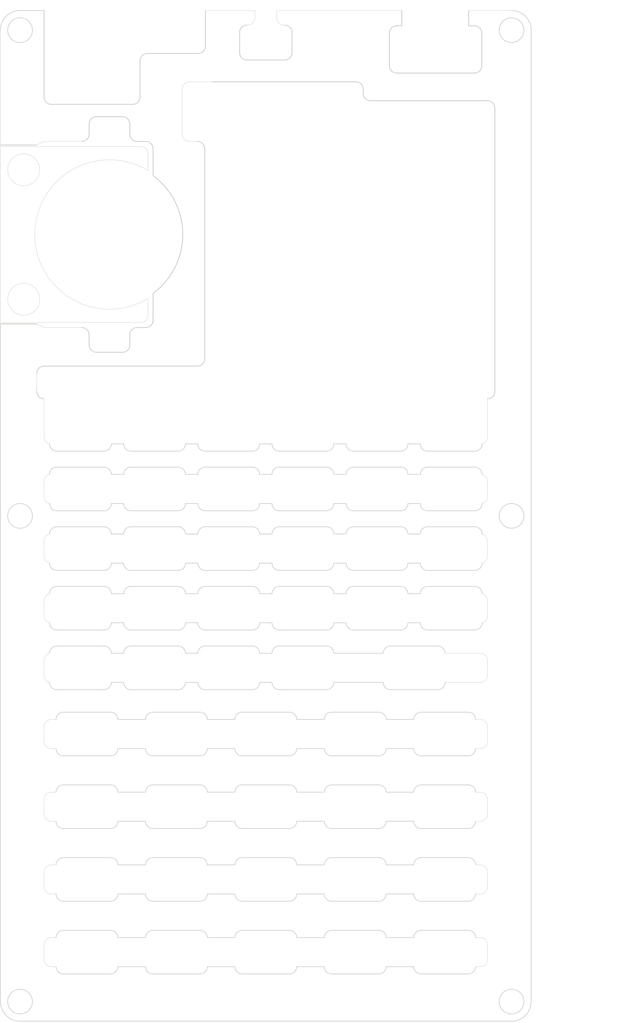
<source format=kicad_pcb>
(kicad_pcb
	(version 20241229)
	(generator "pcbnew")
	(generator_version "9.0")
	(general
		(thickness 1.6)
		(legacy_teardrops no)
	)
	(paper "A4")
	(layers
		(0 "F.Cu" signal)
		(2 "B.Cu" signal)
		(9 "F.Adhes" user "F.Adhesive")
		(11 "B.Adhes" user "B.Adhesive")
		(13 "F.Paste" user)
		(15 "B.Paste" user)
		(5 "F.SilkS" user "F.Silkscreen")
		(7 "B.SilkS" user "B.Silkscreen")
		(1 "F.Mask" user)
		(3 "B.Mask" user)
		(17 "Dwgs.User" user "User.Drawings")
		(19 "Cmts.User" user "User.Comments")
		(21 "Eco1.User" user "User.Eco1")
		(23 "Eco2.User" user "User.Eco2")
		(25 "Edge.Cuts" user)
		(27 "Margin" user)
		(31 "F.CrtYd" user "F.Courtyard")
		(29 "B.CrtYd" user "B.Courtyard")
		(35 "F.Fab" user)
		(33 "B.Fab" user)
		(39 "User.1" user)
		(41 "User.2" user)
		(43 "User.3" user)
		(45 "User.4" user)
	)
	(setup
		(stackup
			(layer "F.SilkS"
				(type "Top Silk Screen")
				(color "White")
			)
			(layer "F.Paste"
				(type "Top Solder Paste")
			)
			(layer "F.Mask"
				(type "Top Solder Mask")
				(color "Black")
				(thickness 0.01)
			)
			(layer "F.Cu"
				(type "copper")
				(thickness 0.035)
			)
			(layer "dielectric 1"
				(type "core")
				(thickness 1.51)
				(material "FR4")
				(epsilon_r 4.5)
				(loss_tangent 0.02)
			)
			(layer "B.Cu"
				(type "copper")
				(thickness 0.035)
			)
			(layer "B.Mask"
				(type "Bottom Solder Mask")
				(color "Black")
				(thickness 0.01)
			)
			(layer "B.Paste"
				(type "Bottom Solder Paste")
			)
			(layer "B.SilkS"
				(type "Bottom Silk Screen")
				(color "White")
			)
			(copper_finish "None")
			(dielectric_constraints no)
		)
		(pad_to_mask_clearance 0)
		(allow_soldermask_bridges_in_footprints no)
		(tenting front back)
		(pcbplotparams
			(layerselection 0x00000000_00000000_55555555_5755f5ff)
			(plot_on_all_layers_selection 0x00000000_00000000_00000000_00000000)
			(disableapertmacros no)
			(usegerberextensions no)
			(usegerberattributes yes)
			(usegerberadvancedattributes yes)
			(creategerberjobfile yes)
			(dashed_line_dash_ratio 12.000000)
			(dashed_line_gap_ratio 3.000000)
			(svgprecision 4)
			(plotframeref no)
			(mode 1)
			(useauxorigin no)
			(hpglpennumber 1)
			(hpglpenspeed 20)
			(hpglpendiameter 15.000000)
			(pdf_front_fp_property_popups yes)
			(pdf_back_fp_property_popups yes)
			(pdf_metadata yes)
			(pdf_single_document no)
			(dxfpolygonmode yes)
			(dxfimperialunits yes)
			(dxfusepcbnewfont yes)
			(psnegative no)
			(psa4output no)
			(plot_black_and_white yes)
			(sketchpadsonfab no)
			(plotpadnumbers no)
			(hidednponfab no)
			(sketchdnponfab yes)
			(crossoutdnponfab yes)
			(subtractmaskfromsilk no)
			(outputformat 1)
			(mirror no)
			(drillshape 1)
			(scaleselection 1)
			(outputdirectory "")
		)
	)
	(net 0 "")
	(gr_arc
		(start 78.35 125.2)
		(mid 77.642893 124.907107)
		(end 77.35 124.2)
		(stroke
			(width 0.1)
			(type default)
		)
		(layer "Edge.Cuts")
		(uuid "00a71986-97c7-44b2-8eba-8074537eb973")
	)
	(gr_line
		(start 89.9 50.8)
		(end 89.9 51.4)
		(stroke
			(width 0.12)
			(type default)
		)
		(layer "Edge.Cuts")
		(uuid "0438191d-84a0-401d-be0d-30e326694eaa")
	)
	(gr_arc
		(start 65.45 132.4)
		(mid 65.157107 133.107107)
		(end 64.45 133.4)
		(stroke
			(width 0.1)
			(type default)
		)
		(layer "Edge.Cuts")
		(uuid "044d0deb-b1a0-4102-b677-5f3de2a18bb9")
	)
	(gr_arc
		(start 47.75 100.6)
		(mid 47.042893 100.307107)
		(end 46.75 99.6)
		(stroke
			(width 0.1)
			(type default)
		)
		(layer "Edge.Cuts")
		(uuid "045d561d-f70b-4a7d-89fb-b26bfc193ead")
	)
	(gr_arc
		(start 73.25 172.5)
		(mid 72.542893 172.207107)
		(end 72.25 171.5)
		(stroke
			(width 0.1)
			(type default)
		)
		(layer "Edge.Cuts")
		(uuid "0493f18f-78ac-4812-af38-d4834a9cfd6a")
	)
	(gr_line
		(start 87.55 103.8)
		(end 85.85 103.8)
		(stroke
			(width 0.1)
			(type default)
		)
		(layer "Edge.Cuts")
		(uuid "0507cec8-fe44-469d-ade4-b063d851608f")
	)
	(gr_line
		(start 56.95 120.2)
		(end 55.25 120.2)
		(stroke
			(width 0.1)
			(type default)
		)
		(layer "Edge.Cuts")
		(uuid "0570bbc8-c8d1-47c8-8859-3f4fed51b396")
	)
	(gr_line
		(start 56.95 107.8)
		(end 55.25 107.8)
		(stroke
			(width 0.1)
			(type default)
		)
		(layer "Edge.Cuts")
		(uuid "061024bf-01eb-44fa-9e22-43f1b6e9f558")
	)
	(gr_line
		(start 98.75 102.8)
		(end 105.25 102.8)
		(stroke
			(width 0.1)
			(type default)
		)
		(layer "Edge.Cuts")
		(uuid "06142aff-ac1c-424e-a285-0b708d9bf902")
	)
	(gr_line
		(start 47.65 157.5)
		(end 47 157.5)
		(stroke
			(width 0.05)
			(type default)
		)
		(layer "Edge.Cuts")
		(uuid "07349427-cb0b-40ac-8eae-b01f38de2ef9")
	)
	(gr_line
		(start 59.95 171.5)
		(end 56.15 171.5)
		(stroke
			(width 0.1)
			(type default)
		)
		(layer "Edge.Cuts")
		(uuid "07b7caa7-2a6d-439c-9a3f-61c919861612")
	)
	(gr_arc
		(start 106.25 103.8)
		(mid 106.790569 104.155873)
		(end 106.999999 104.768245)
		(stroke
			(width 0.05)
			(type default)
		)
		(layer "Edge.Cuts")
		(uuid "07e45a48-dd33-47ab-bb23-e1ae0963b44c")
	)
	(gr_line
		(start 68.15 111)
		(end 74.65 111)
		(stroke
			(width 0.1)
			(type default)
		)
		(layer "Edge.Cuts")
		(uuid "08816c4c-8990-4b7a-bfab-fa7b54d0bf56")
	)
	(gr_line
		(start 59.2 51.9)
		(end 59.2 46.9)
		(stroke
			(width 0.12)
			(type default)
		)
		(layer "Edge.Cuts")
		(uuid "08995225-b853-41a8-8f86-a10ef7d55475")
	)
	(gr_arc
		(start 90.9 52.4)
		(mid 90.192893 52.107107)
		(end 89.9 51.4)
		(stroke
			(width 0.12)
			(type default)
		)
		(layer "Edge.Cuts")
		(uuid "09634f48-be9d-463f-83f4-fffd3ab83576")
	)
	(gr_arc
		(start 85.85 124.2)
		(mid 85.557107 124.907107)
		(end 84.85 125.2)
		(stroke
			(width 0.1)
			(type default)
		)
		(layer "Edge.Cuts")
		(uuid "09a8c70f-9c8c-4088-bd0e-209331e9f90f")
	)
	(gr_arc
		(start 72.9 43)
		(mid 73.192893 42.292893)
		(end 73.9 42)
		(stroke
			(width 0.12)
			(type default)
		)
		(layer "Edge.Cuts")
		(uuid "0a4cc067-4272-4117-aab9-67b84a0469e0")
	)
	(gr_line
		(start 97.75 107.8)
		(end 96.05 107.8)
		(stroke
			(width 0.1)
			(type default)
		)
		(layer "Edge.Cuts")
		(uuid "0af3a614-df56-4077-b5f9-337f69b66713")
	)
	(gr_line
		(start 97.75 112)
		(end 96.05 112)
		(stroke
			(width 0.1)
			(type default)
		)
		(layer "Edge.Cuts")
		(uuid "0b24f25d-c932-40c9-938a-0fac8b93ccf1")
	)
	(gr_line
		(start 106.999954 112.968245)
		(end 106.999999 115.031755)
		(stroke
			(width 0.05)
			(type default)
		)
		(layer "Edge.Cuts")
		(uuid "0b3333b1-ecbc-4bf0-9549-7fe4b4caa237")
	)
	(gr_arc
		(start 93.05 141.5)
		(mid 92.757107 142.207107)
		(end 92.05 142.5)
		(stroke
			(width 0.1)
			(type default)
		)
		(layer "Edge.Cuts")
		(uuid "0b3a295d-cef3-4001-a22d-0ca1a0203d9d")
	)
	(gr_arc
		(start 48.65 172.5)
		(mid 47.942893 172.207107)
		(end 47.65 171.5)
		(stroke
			(width 0.1)
			(type default)
		)
		(layer "Edge.Cuts")
		(uuid "0c1e74f6-c95e-4322-855c-c64e93379bb1")
	)
	(gr_arc
		(start 68.2 44.9)
		(mid 67.907107 45.607107)
		(end 67.2 45.9)
		(stroke
			(width 0.12)
			(type default)
		)
		(layer "Edge.Cuts")
		(uuid "0c65680b-f5bf-437f-98be-a95271a6fe7f")
	)
	(gr_line
		(start 88.55 119.2)
		(end 95.05 119.2)
		(stroke
			(width 0.1)
			(type default)
		)
		(layer "Edge.Cuts")
		(uuid "0c7db18d-8975-4003-ac45-3e035f3d7084")
	)
	(gr_line
		(start 80.1 45.8)
		(end 80.1 43)
		(stroke
			(width 0.12)
			(type default)
		)
		(layer "Edge.Cuts")
		(uuid "0d7882e8-6c3e-4b01-9b4a-7b8779fa427b")
	)
	(gr_line
		(start 60.999575 59.000007)
		(end 61.007181 62.705325)
		(stroke
			(width 0.12)
			(type default)
		)
		(layer "Edge.Cuts")
		(uuid "0d7ba42c-1e87-415c-a6f5-a11260a32865")
	)
	(gr_arc
		(start 84.55 147.5)
		(mid 84.842893 146.792893)
		(end 85.55 146.5)
		(stroke
			(width 0.1)
			(type default)
		)
		(layer "Edge.Cuts")
		(uuid "0dfdc944-7d7e-4c50-9601-d937f355f746")
	)
	(gr_arc
		(start 80.75 141.5)
		(mid 80.457107 142.207107)
		(end 79.75 142.5)
		(stroke
			(width 0.1)
			(type default)
		)
		(layer "Edge.Cuts")
		(uuid "0e20fa46-9c53-435e-9d3c-8dd69efa4ac8")
	)
	(gr_line
		(start 47.65 167.5)
		(end 47 167.5)
		(stroke
			(width 0.05)
			(type default)
		)
		(layer "Edge.Cuts")
		(uuid "0e9653fc-c6c1-4a61-b1ac-6c08b9147d01")
	)
	(gr_line
		(start 73.25 156.5)
		(end 79.75 156.5)
		(stroke
			(width 0.1)
			(type default)
		)
		(layer "Edge.Cuts")
		(uuid "0eb2d8df-254f-487a-8f0f-1750bb539aa5")
	)
	(gr_line
		(start 77.35 112)
		(end 75.649999 112)
		(stroke
			(width 0.1)
			(type default)
		)
		(layer "Edge.Cuts")
		(uuid "0fccb243-548e-4c01-8df8-b510ccfabb64")
	)
	(gr_line
		(start 69.1 49.8)
		(end 88.9 49.8)
		(stroke
			(width 0.12)
			(type default)
		)
		(layer "Edge.Cuts")
		(uuid "11259dc9-33ef-44b7-859c-c845019f8c98")
	)
	(gr_arc
		(start 98.75 100.6)
		(mid 98.042893 100.307107)
		(end 97.75 99.6)
		(stroke
			(width 0.1)
			(type default)
		)
		(layer "Edge.Cuts")
		(uuid "116daedd-3660-4573-b119-796ea87c3658")
	)
	(gr_line
		(start 47.75 102.8)
		(end 54.25 102.8)
		(stroke
			(width 0.1)
			(type default)
		)
		(layer "Edge.Cuts")
		(uuid "11ce2ea8-5016-4e9c-b127-b16eb3229fb0")
	)
	(gr_line
		(start 78.35 111)
		(end 84.85 111)
		(stroke
			(width 0.1)
			(type default)
		)
		(layer "Edge.Cuts")
		(uuid "11dd7875-562f-472e-89ce-6689e94fc830")
	)
	(gr_arc
		(start 94.5 48.6)
		(mid 93.792893 48.307107)
		(end 93.5 47.6)
		(stroke
			(width 0.12)
			(type default)
		)
		(layer "Edge.Cuts")
		(uuid "13254199-2945-47a1-bbd2-04ee35c0192b")
	)
	(gr_line
		(start 96.85 141.5)
		(end 93.05 141.5)
		(stroke
			(width 0.1)
			(type default)
		)
		(layer "Edge.Cuts")
		(uuid "1339e6d6-8790-465d-8c51-ebdaec343ac8")
	)
	(gr_arc
		(start 72.25 157.5)
		(mid 72.542893 156.792893)
		(end 73.25 156.5)
		(stroke
			(width 0.1)
			(type default)
		)
		(layer "Edge.Cuts")
		(uuid "137745ea-ca66-4666-83dc-5c125a3273fe")
	)
	(gr_line
		(start 59.95 161.5)
		(end 56.15 161.5)
		(stroke
			(width 0.1)
			(type default)
		)
		(layer "Edge.Cuts")
		(uuid "13a5597c-9379-4665-9bad-a76c217ab58d")
	)
	(gr_line
		(start 87.55 99.6)
		(end 85.85 99.6)
		(stroke
			(width 0.1)
			(type default)
		)
		(layer "Edge.Cuts")
		(uuid "13f7e315-e67f-4878-ad54-c54e62433463")
	)
	(gr_arc
		(start 79.1 42)
		(mid 79.807107 42.292893)
		(end 80.1 43)
		(stroke
			(width 0.12)
			(type default)
		)
		(layer "Edge.Cuts")
		(uuid "143fff9f-a164-4831-a2ed-340c0f2104de")
	)
	(gr_line
		(start 40 58.7)
		(end 59.3 58.7)
		(stroke
			(width 0.05)
			(type default)
		)
		(layer "Edge.Cuts")
		(uuid "14730b30-a14a-4564-b714-9e83f3985481")
	)
	(gr_arc
		(start 46 158.5)
		(mid 46.292893 157.792893)
		(end 47 157.5)
		(stroke
			(width 0.05)
			(type default)
		)
		(layer "Edge.Cuts")
		(uuid "14a31f17-4855-4e3d-bb91-3c37ae5bd5d5")
	)
	(gr_line
		(start 105.35 147.5)
		(end 106 147.5)
		(stroke
			(width 0.05)
			(type default)
		)
		(layer "Edge.Cuts")
		(uuid "14d23b57-f1a6-41c8-b638-93d4e2459559")
	)
	(gr_line
		(start 72.25 141.5)
		(end 68.45 141.5)
		(stroke
			(width 0.1)
			(type default)
		)
		(layer "Edge.Cuts")
		(uuid "14e0b9fb-1859-43ae-85be-62a49983f625")
	)
	(gr_arc
		(start 48.65 152.5)
		(mid 47.942893 152.207107)
		(end 47.65 151.5)
		(stroke
			(width 0.1)
			(type default)
		)
		(layer "Edge.Cuts")
		(uuid "15452413-6a2d-496e-a128-7525f763462f")
	)
	(gr_line
		(start 42.7 40)
		(end 46 40)
		(stroke
			(width 0.1)
			(type default)
		)
		(layer "Edge.Cuts")
		(uuid "15f77b75-77b1-4626-b4a5-bdc349127fb2")
	)
	(gr_arc
		(start 84.55 137.5)
		(mid 84.842893 136.792893)
		(end 85.55 136.5)
		(stroke
			(width 0.1)
			(type default)
		)
		(layer "Edge.Cuts")
		(uuid "1700b3bc-8be8-4f84-871b-ee29074875e0")
	)
	(gr_arc
		(start 51.192893 83.600007)
		(mid 51.9 83.8929)
		(end 52.192893 84.600007)
		(stroke
			(width 0.12)
			(type default)
		)
		(layer "Edge.Cuts")
		(uuid "173fdfc3-ea97-4ee5-b64b-9a86e00f44e7")
	)
	(gr_arc
		(start 61.007181 62.705324)
		(mid 65.080178 70.80447)
		(end 61 78.9)
		(stroke
			(width 0.12)
			(type solid)
		)
		(layer "Edge.Cuts")
		(uuid "1747e02a-3130-4f0a-8013-a6d4e103fde8")
	)
	(gr_arc
		(start 88.55 108.8)
		(mid 87.842893 108.507107)
		(end 87.55 107.8)
		(stroke
			(width 0.1)
			(type default)
		)
		(layer "Edge.Cuts")
		(uuid "17ce7690-3338-46e5-bdb0-50bd82db4f49")
	)
	(gr_arc
		(start 54.25 102.8)
		(mid 54.957107 103.092893)
		(end 55.25 103.8)
		(stroke
			(width 0.1)
			(type default)
		)
		(layer "Edge.Cuts")
		(uuid "19a12524-00f2-490f-84a7-fdf4be194d3b")
	)
	(gr_arc
		(start 46.75 116)
		(mid 46.209431 115.644127)
		(end 46.000001 115.031755)
		(stroke
			(width 0.05)
			(type default)
		)
		(layer "Edge.Cuts")
		(uuid "1a0dfaa0-c2c1-4499-916a-014c886202df")
	)
	(gr_line
		(start 97.75 120.2)
		(end 96.05 120.2)
		(stroke
			(width 0.1)
			(type default)
		)
		(layer "Edge.Cuts")
		(uuid "1a4af8f3-b5b2-4bf0-b659-d395409afc18")
	)
	(gr_arc
		(start 79.75 156.5)
		(mid 80.457107 156.792893)
		(end 80.75 157.5)
		(stroke
			(width 0.1)
			(type default)
		)
		(layer "Edge.Cuts")
		(uuid "1ab345ec-57ab-4d4c-9dff-c271e5f78bb3")
	)
	(gr_line
		(start 56.95 116)
		(end 55.25 116)
		(stroke
			(width 0.1)
			(type default)
		)
		(layer "Edge.Cuts")
		(uuid "1ad1375f-49af-42e5-b0b7-478de5945a4f")
	)
	(gr_line
		(start 105.35 161.5)
		(end 106 161.5)
		(stroke
			(width 0.05)
			(type default)
		)
		(layer "Edge.Cuts")
		(uuid "1b07c19a-9584-4687-9716-29814102ee95")
	)
	(gr_arc
		(start 106 128.4)
		(mid 106.707107 128.692893)
		(end 107 129.4)
		(stroke
			(width 0.05)
			(type default)
		)
		(layer "Edge.Cuts")
		(uuid "1ba32d85-5805-4dab-811d-92caee26ad73")
	)
	(gr_line
		(start 106.999954 121.168245)
		(end 107 123.2318)
		(stroke
			(width 0.05)
			(type default)
		)
		(layer "Edge.Cuts")
		(uuid "1c55b432-dee7-4309-99f2-32d1e0d7a251")
	)
	(gr_line
		(start 46.000046 104.768245)
		(end 46.000007 106.831755)
		(stroke
			(width 0.05)
			(type default)
		)
		(layer "Edge.Cuts")
		(uuid "1c989f6c-49de-4621-896b-7fd13a1b0b71")
	)
	(gr_line
		(start 98.75 119.2)
		(end 105.25 119.2)
		(stroke
			(width 0.1)
			(type default)
		)
		(layer "Edge.Cuts")
		(uuid "1e00a7c3-f0aa-48f9-b507-fa7ad562849c")
	)
	(gr_line
		(start 108 53.4)
		(end 108 92.399999)
		(stroke
			(width 0.12)
			(type default)
		)
		(layer "Edge.Cuts")
		(uuid "1e4075e4-76ba-43f9-85d5-cc7ec40261cf")
	)
	(gr_line
		(start 47.75 133.4)
		(end 54.25 133.4)
		(stroke
			(width 0.1)
			(type default)
		)
		(layer "Edge.Cuts")
		(uuid "1e73a90d-c354-422e-865b-3964933b6b61")
	)
	(gr_arc
		(start 80.75 171.5)
		(mid 80.457107 172.207107)
		(end 79.75 172.5)
		(stroke
			(width 0.1)
			(type default)
		)
		(layer "Edge.Cuts")
		(uuid "2023e9bf-3b00-40b8-9768-8c55f11d9e3d")
	)
	(gr_line
		(start 46.000007 93.399992)
		(end 46 98.631755)
		(stroke
			(width 0.05)
			(type default)
		)
		(layer "Edge.Cuts")
		(uuid "2056a2e4-f391-40c0-beeb-0c09f32407be")
	)
	(gr_line
		(start 87.55 107.8)
		(end 85.85 107.8)
		(stroke
			(width 0.1)
			(type default)
		)
		(layer "Edge.Cuts")
		(uuid "208639e9-ceb5-40ba-a479-d636cca4f849")
	)
	(gr_arc
		(start 96.05 124.2)
		(mid 95.757107 124.907107)
		(end 95.05 125.2)
		(stroke
			(width 0.1)
			(type default)
		)
		(layer "Edge.Cuts")
		(uuid "20fa75cf-985b-40b2-9075-a91cf7d3dbdd")
	)
	(gr_line
		(start 66 49.8)
		(end 69.1 49.8)
		(stroke
			(width 0.05)
			(type default)
		)
		(layer "Edge.Cuts")
		(uuid "2238bc39-7969-4f3b-95eb-488518180506")
	)
	(gr_arc
		(start 96.05 99.6)
		(mid 95.757107 100.307107)
		(end 95.05 100.6)
		(stroke
			(width 0.1)
			(type default)
		)
		(layer "Edge.Cuts")
		(uuid "2272b5eb-b0c1-4bc6-8ed7-a9bc1095ceed")
	)
	(gr_line
		(start 77.35 103.8)
		(end 75.649999 103.8)
		(stroke
			(width 0.1)
			(type default)
		)
		(layer "Edge.Cuts")
		(uuid "239bcc38-2c87-44f4-9801-d9a50dffd0e0")
	)
	(gr_arc
		(start 65.45 116)
		(mid 65.157107 116.707107)
		(end 64.45 117)
		(stroke
			(width 0.1)
			(type default)
		)
		(layer "Edge.Cuts")
		(uuid "23a963b7-7a7c-44e2-b07e-63a30fad9fd1")
	)
	(gr_arc
		(start 84.85 102.8)
		(mid 85.557107 103.092893)
		(end 85.85 103.8)
		(stroke
			(width 0.1)
			(type default)
		)
		(layer "Edge.Cuts")
		(uuid "244114dd-61a2-41ca-8081-5d8b1ccc078f")
	)
	(gr_line
		(start 68.15 100.6)
		(end 74.65 100.6)
		(stroke
			(width 0.1)
			(type default)
		)
		(layer "Edge.Cuts")
		(uuid "25a1b087-7ff9-493d-87d0-ee18ea25f443")
	)
	(gr_line
		(start 88.55 117)
		(end 95.05 117)
		(stroke
			(width 0.1)
			(type default)
		)
		(layer "Edge.Cuts")
		(uuid "25e3fb68-2fca-4000-8c32-b111cd562caf")
	)
	(gr_line
		(start 57.95 111)
		(end 64.45 111)
		(stroke
			(width 0.1)
			(type default)
		)
		(layer "Edge.Cuts")
		(uuid "26309089-c34b-436e-920d-1094b83fbd43")
	)
	(gr_arc
		(start 48.65 162.5)
		(mid 47.942893 162.207107)
		(end 47.65 161.5)
		(stroke
			(width 0.1)
			(type default)
		)
		(layer "Edge.Cuts")
		(uuid "26cf71cd-d85f-4224-8618-3a5a148220c7")
	)
	(gr_line
		(start 78 40)
		(end 78 41)
		(stroke
			(width 0.05)
			(type default)
		)
		(layer "Edge.Cuts")
		(uuid "27a1782c-cb91-4729-b2a4-70db270a2ab0")
	)
	(gr_arc
		(start 104.35 166.5)
		(mid 105.057107 166.792893)
		(end 105.35 167.5)
		(stroke
			(width 0.1)
			(type default)
		)
		(layer "Edge.Cuts")
		(uuid "27be9160-4261-4f14-bece-b83ca1075dac")
	)
	(gr_line
		(start 60.95 146.5)
		(end 67.45 146.5)
		(stroke
			(width 0.1)
			(type default)
		)
		(layer "Edge.Cuts")
		(uuid "2865e374-61aa-4c34-924d-27d9617d29e9")
	)
	(gr_arc
		(start 46.236068 83.6)
		(mid 46.006315 83.573249)
		(end 45.788854 83.494427)
		(stroke
			(width 0.05)
			(type default)
		)
		(layer "Edge.Cuts")
		(uuid "28cac38c-64a2-44ff-9a01-c1227e08b965")
	)
	(gr_line
		(start 48.65 166.5)
		(end 55.15 166.5)
		(stroke
			(width 0.1)
			(type default)
		)
		(layer "Edge.Cuts")
		(uuid "2968e506-a6b7-4f5d-8a24-d24985725870")
	)
	(gr_line
		(start 78.35 108.8)
		(end 84.85 108.8)
		(stroke
			(width 0.1)
			(type default)
		)
		(layer "Edge.Cuts")
		(uuid "29ac6bad-5df0-4767-85f6-90e60a950da1")
	)
	(gr_arc
		(start 46.75 107.8)
		(mid 46.209431 107.444127)
		(end 46.000001 106.831755)
		(stroke
			(width 0.05)
			(type default)
		)
		(layer "Edge.Cuts")
		(uuid "29e9a418-4bc6-4284-8ae2-3bc2cbb12c1f")
	)
	(gr_arc
		(start 67.15 112)
		(mid 67.442893 111.292893)
		(end 68.15 111)
		(stroke
			(width 0.1)
			(type default)
		)
		(layer "Edge.Cuts")
		(uuid "2a1fbc6d-086e-4b53-85e3-9062a037d68e")
	)
	(gr_line
		(start 67.15 120.2)
		(end 65.45 120.2)
		(stroke
			(width 0.1)
			(type default)
		)
		(layer "Edge.Cuts")
		(uuid "2a279b7a-b4ff-4a39-9036-50cccef9cf78")
	)
	(gr_arc
		(start 105.35 161.5)
		(mid 105.057107 162.207107)
		(end 104.35 162.5)
		(stroke
			(width 0.1)
			(type default)
		)
		(layer "Edge.Cuts")
		(uuid "2ab87b40-6c85-4903-b2e3-89616da487af")
	)
	(gr_line
		(start 78.35 117)
		(end 84.85 117)
		(stroke
			(width 0.1)
			(type default)
		)
		(layer "Edge.Cuts")
		(uuid "2afd79dc-7216-4c60-9d7d-55cafa85b7c6")
	)
	(gr_arc
		(start 56.95 103.8)
		(mid 57.242893 103.092893)
		(end 57.95 102.8)
		(stroke
			(width 0.1)
			(type default)
		)
		(layer "Edge.Cuts")
		(uuid "2b47355d-cdbf-4a5e-9ff5-f0a97674a3d0")
	)
	(gr_line
		(start 57.95 108.8)
		(end 64.45 108.8)
		(stroke
			(width 0.1)
			(type default)
		)
		(layer "Edge.Cuts")
		(uuid "2d73430b-a138-474e-907a-6de508e191de")
	)
	(gr_arc
		(start 106.25 99.6)
		(mid 105.957107 100.307107)
		(end 105.25 100.6)
		(stroke
			(width 0.1)
			(type default)
		)
		(layer "Edge.Cuts")
		(uuid "2db97c85-5af5-4a76-9d10-2daf7f037480")
	)
	(gr_line
		(start 93.65 133.4)
		(end 100.15 133.4)
		(stroke
			(width 0.1)
			(type default)
		)
		(layer "Edge.Cuts")
		(uuid "2dcd9b0c-0338-46db-b3b6-75640528c00e")
	)
	(gr_line
		(start 47.65 161.5)
		(end 47 161.5)
		(stroke
			(width 0.05)
			(type default)
		)
		(layer "Edge.Cuts")
		(uuid "2e2555a8-abae-48ef-a9aa-b56eba9f113b")
	)
	(gr_line
		(start 57.95 125.2)
		(end 64.45 125.2)
		(stroke
			(width 0.1)
			(type default)
		)
		(layer "Edge.Cuts")
		(uuid "2e53ae53-bc94-46fe-8b03-26fd1ef06589")
	)
	(gr_arc
		(start 106.999999 115.031755)
		(mid 106.790569 115.644127)
		(end 106.25 116)
		(stroke
			(width 0.05)
			(type default)
		)
		(layer "Edge.Cuts")
		(uuid "2e7378ec-68f0-4dc2-8730-0b282290d450")
	)
	(gr_line
		(start 72.9 43)
		(end 72.9 45.8)
		(stroke
			(width 0.12)
			(type default)
		)
		(layer "Edge.Cuts")
		(uuid "2ec17476-e311-42a2-9ea8-9fb9d07afbd3")
	)
	(gr_arc
		(start 60.95 152.5)
		(mid 60.242893 152.207107)
		(end 59.95 151.5)
		(stroke
			(width 0.1)
			(type default)
		)
		(layer "Edge.Cuts")
		(uuid "300213b9-0c18-4fa6-a703-c084d3a28b62")
	)
	(gr_line
		(start 57.95 100.6)
		(end 64.45 100.6)
		(stroke
			(width 0.1)
			(type default)
		)
		(layer "Edge.Cuts")
		(uuid "303b7dea-8976-4663-a70d-f16644e1de90")
	)
	(gr_arc
		(start 96.85 147.5)
		(mid 97.142893 146.792893)
		(end 97.85 146.5)
		(stroke
			(width 0.1)
			(type default)
		)
		(layer "Edge.Cuts")
		(uuid "30aac732-eb4c-4e82-ade5-3fd14a9b114f")
	)
	(gr_line
		(start 47.75 117)
		(end 54.25 117)
		(stroke
			(width 0.1)
			(type default)
		)
		(layer "Edge.Cuts")
		(uuid "30d67dd1-fe94-4d39-af7d-03aabf752bb2")
	)
	(gr_arc
		(start 58.8 57.999993)
		(mid 58.092893 57.7071)
		(end 57.8 56.999993)
		(stroke
			(width 0.12)
			(type default)
		)
		(layer "Edge.Cuts")
		(uuid "30d804f2-64f3-40b3-b250-d42b7bf8bfd8")
	)
	(gr_line
		(start 68.2 44.9)
		(end 68.2 40)
		(stroke
			(width 0.12)
			(type default)
		)
		(layer "Edge.Cuts")
		(uuid "31651319-52c2-43fc-a797-796aee69e262")
	)
	(gr_line
		(start 57.8 86)
		(end 57.792933 84.6)
		(stroke
			(width 0.12)
			(type default)
		)
		(layer "Edge.Cuts")
		(uuid "324dfc00-353f-45a9-9506-103f3effa907")
	)
	(gr_line
		(start 40 58.7)
		(end 40 82.9)
		(stroke
			(width 0.05)
			(type default)
		)
		(layer "Edge.Cuts")
		(uuid "34b72b3a-1a93-40ea-9e8f-f9e1bde224f4")
	)
	(gr_line
		(start 60.95 152.5)
		(end 67.45 152.5)
		(stroke
			(width 0.1)
			(type default)
		)
		(layer "Edge.Cuts")
		(uuid "34bd98dc-f0c8-4223-854e-00179a5f515a")
	)
	(gr_line
		(start 47.65 171.5)
		(end 47 171.5)
		(stroke
			(width 0.05)
			(type default)
		)
		(layer "Edge.Cuts")
		(uuid "35fc1860-1bf0-40ec-93bb-f511bda0bf6a")
	)
	(gr_arc
		(start 67.15 128.4)
		(mid 67.442893 127.692893)
		(end 68.15 127.4)
		(stroke
			(width 0.1)
			(type default)
		)
		(layer "Edge.Cuts")
		(uuid "3646936f-8e8c-4065-9146-7a98f350104d")
	)
	(gr_line
		(start 78 40)
		(end 95.2 40)
		(stroke
			(width 0.05)
			(type default)
		)
		(layer "Edge.Cuts")
		(uuid "3680b229-cc54-4d37-9f66-95ddb476ccf4")
	)
	(gr_arc
		(start 56.8 54.6)
		(mid 57.507107 54.892893)
		(end 57.8 55.6)
		(stroke
			(width 0.12)
			(type default)
		)
		(layer "Edge.Cuts")
		(uuid "372584df-68bf-4a58-984d-2af059899894")
	)
	(gr_arc
		(start 59.2 46.9)
		(mid 59.492893 46.192893)
		(end 60.2 45.9)
		(stroke
			(width 0.12)
			(type default)
		)
		(layer "Edge.Cuts")
		(uuid "372a353b-9c4f-4188-94f9-cdc7375c1919")
	)
	(gr_line
		(start 77.35 128.4)
		(end 75.649999 128.4)
		(stroke
			(width 0.1)
			(type default)
		)
		(layer "Edge.Cuts")
		(uuid "37319cf2-d076-42fd-a8aa-ecbc6b0dc235")
	)
	(gr_arc
		(start 106.2 47.6)
		(mid 105.907107 48.307107)
		(end 105.2 48.6)
		(stroke
			(width 0.12)
			(type default)
		)
		(layer "Edge.Cuts")
		(uuid "376a7229-bdb9-4f78-9df1-2d7f1366bc17")
	)
	(gr_arc
		(start 46.75 132.4)
		(mid 46.209431 132.044127)
		(end 46.000001 131.431755)
		(stroke
			(width 0.05)
			(type default)
		)
		(layer "Edge.Cuts")
		(uuid "37f63050-a910-45fb-9497-f5fbf794da99")
	)
	(gr_arc
		(start 57.95 125.2)
		(mid 57.242893 124.907107)
		(end 56.95 124.2)
		(stroke
			(width 0.1)
			(type default)
		)
		(layer "Edge.Cuts")
		(uuid "38a85f6d-751c-4b07-b59e-81b565be60a2")
	)
	(gr_line
		(start 56.95 128.4)
		(end 55.25 128.4)
		(stroke
			(width 0.1)
			(type default)
		)
		(layer "Edge.Cuts")
		(uuid "38c6519d-2c2d-41d7-9f97-b0d0719f335e")
	)
	(gr_arc
		(start 87.55 112)
		(mid 87.842893 111.292893)
		(end 88.55 111)
		(stroke
			(width 0.1)
			(type default)
		)
		(layer "Edge.Cuts")
		(uuid "38d0fb88-2465-4983-bd2b-34f57ceb45bb")
	)
	(gr_arc
		(start 106 137.5)
		(mid 106.707107 137.792893)
		(end 107 138.5)
		(stroke
			(width 0.05)
			(type default)
		)
		(layer "Edge.Cuts")
		(uuid "39337434-1f00-47a7-99ac-c956f40f49dd")
	)
	(gr_line
		(start 97.85 136.5)
		(end 104.35 136.5)
		(stroke
			(width 0.1)
			(type default)
		)
		(layer "Edge.Cuts")
		(uuid "39912e43-8682-4de1-b284-93c5a73eac30")
	)
	(gr_arc
		(start 55.25 132.4)
		(mid 54.957107 133.107107)
		(end 54.25 133.4)
		(stroke
			(width 0.1)
			(type default)
		)
		(layer "Edge.Cuts")
		(uuid "39af0924-17e2-4c6d-a249-16dbc1adb262")
	)
	(gr_line
		(start 67.15 132.4)
		(end 65.45 132.4)
		(stroke
			(width 0.1)
			(type default)
		)
		(layer "Edge.Cuts")
		(uuid "3a95ccc3-e375-4129-8a19-f645969f9948")
	)
	(gr_line
		(start 48.65 162.5)
		(end 55.15 162.5)
		(stroke
			(width 0.1)
			(type default)
		)
		(layer "Edge.Cuts")
		(uuid "3b027ef1-d1f3-48d6-b610-93b656144b78")
	)
	(gr_line
		(start 107 93.4)
		(end 106.999998 98.631755)
		(stroke
			(width 0.05)
			(type default)
		)
		(layer "Edge.Cuts")
		(uuid "3b9133ff-3e2c-4502-984c-6cf50f41f754")
	)
	(gr_arc
		(start 93.65 133.4)
		(mid 92.942893 133.107107)
		(end 92.65 132.4)
		(stroke
			(width 0.1)
			(type default)
		)
		(layer "Edge.Cuts")
		(uuid "3bf2fddf-e7be-4c40-a9d8-3d2a1262f339")
	)
	(gr_arc
		(start 65.45 107.8)
		(mid 65.157107 108.507107)
		(end 64.45 108.8)
		(stroke
			(width 0.1)
			(type default)
		)
		(layer "Edge.Cuts")
		(uuid "3da8e0fc-be94-4702-8716-9aacd4a41e66")
	)
	(gr_arc
		(start 79 42)
		(mid 78.292893 41.707107)
		(end 78 41)
		(stroke
			(width 0.05)
			(type default)
		)
		(layer "Edge.Cuts")
		(uuid "3e396b49-b9da-4486-9b5e-c00ad07e584f")
	)
	(gr_line
		(start 88.55 125.2)
		(end 95.05 125.2)
		(stroke
			(width 0.1)
			(type default)
		)
		(layer "Edge.Cuts")
		(uuid "3e77547e-0277-414d-8a9c-d229ddcc418f")
	)
	(gr_line
		(start 51.1929 83.6)
		(end 46.236068 83.6)
		(stroke
			(width 0.05)
			(type default)
		)
		(layer "Edge.Cuts")
		(uuid "3e855d3e-4451-4474-997f-9661f498acf5")
	)
	(gr_arc
		(start 105.35 151.5)
		(mid 105.057107 152.207107)
		(end 104.35 152.5)
		(stroke
			(width 0.1)
			(type default)
		)
		(layer "Edge.Cuts")
		(uuid "3f4bc19f-81b2-4982-8ef9-3749b9e3b8f0")
	)
	(gr_line
		(start 48.65 142.5)
		(end 55.15 142.5)
		(stroke
			(width 0.1)
			(type default)
		)
		(layer "Edge.Cuts")
		(uuid "3fc402ff-8c4d-46a5-adfc-f8e69f7ab138")
	)
	(gr_arc
		(start 75.65 124.2)
		(mid 75.357107 124.907107)
		(end 74.65 125.2)
		(stroke
			(width 0.1)
			(type default)
		)
		(layer "Edge.Cuts")
		(uuid "403715e4-0e54-41d0-832b-60e47c1b5d15")
	)
	(gr_line
		(start 52.2 57)
		(end 52.2 55.6)
		(stroke
			(width 0.12)
			(type default)
		)
		(layer "Edge.Cuts")
		(uuid "40599542-885b-4fda-be98-7afb216c2773")
	)
	(gr_line
		(start 87.55 124.2)
		(end 85.85 124.2)
		(stroke
			(width 0.1)
			(type default)
		)
		(layer "Edge.Cuts")
		(uuid "4180601e-adcd-45d2-a37a-19c9dfe53123")
	)
	(gr_line
		(start 60.95 136.5)
		(end 67.45 136.5)
		(stroke
			(width 0.1)
			(type default)
		)
		(layer "Edge.Cuts")
		(uuid "419a1b2a-e5a1-407e-8c5f-e62b206ae38a")
	)
	(gr_line
		(start 58.8 58)
		(end 59.992859 58)
		(stroke
			(width 0.12)
			(type default)
		)
		(layer "Edge.Cuts")
		(uuid "41e20026-01c1-49ea-bb8f-9620af24314c")
	)
	(gr_line
		(start 45.788854 58.105573)
		(end 45 58.5)
		(stroke
			(width 0.05)
			(type default)
		)
		(layer "Edge.Cuts")
		(uuid "42adaaae-a217-4400-969d-fc306ff179cf")
	)
	(gr_line
		(start 72.25 137.5)
		(end 68.45 137.5)
		(stroke
			(width 0.1)
			(type default)
		)
		(layer "Edge.Cuts")
		(uuid "43167219-5a76-43c4-9ec5-169ef22c9f26")
	)
	(gr_arc
		(start 46 168.5)
		(mid 46.292893 167.792893)
		(end 47 167.5)
		(stroke
			(width 0.05)
			(type default)
		)
		(layer "Edge.Cuts")
		(uuid "44729b10-18d4-4f22-8723-3214d2f019db")
	)
	(gr_line
		(start 77.35 99.6)
		(end 75.649999 99.6)
		(stroke
			(width 0.1)
			(type default)
		)
		(layer "Edge.Cuts")
		(uuid "453b32e6-b674-45dc-91bb-c23542c384bb")
	)
	(gr_arc
		(start 106.25 107.8)
		(mid 105.957107 108.507107)
		(end 105.25 108.8)
		(stroke
			(width 0.1)
			(type default)
		)
		(layer "Edge.Cuts")
		(uuid "45793e8a-604b-420a-9a4d-3b863c645dfc")
	)
	(gr_arc
		(start 46.000001 112.968245)
		(mid 46.209431 112.355873)
		(end 46.75 112)
		(stroke
			(width 0.05)
			(type default)
		)
		(layer "Edge.Cuts")
		(uuid "4642072b-d0db-4e34-aa70-8bc7cabcb923")
	)
	(gr_line
		(start 96.85 137.5)
		(end 93.05 137.5)
		(stroke
			(width 0.1)
			(type default)
		)
		(layer "Edge.Cuts")
		(uuid "4655df03-815c-4a30-8ce4-d1cfa1443da5")
	)
	(gr_arc
		(start 60.95 142.5)
		(mid 60.242893 142.207107)
		(end 59.95 141.5)
		(stroke
			(width 0.1)
			(type default)
		)
		(layer "Edge.Cuts")
		(uuid "465eb3f0-3cbd-4f0c-a905-b544ec50917a")
	)
	(gr_arc
		(start 106.999999 123.231755)
		(mid 106.790569 123.844127)
		(end 106.25 124.2)
		(stroke
			(width 0.05)
			(type default)
		)
		(layer "Edge.Cuts")
		(uuid "46634300-d19d-4327-9900-baab24c6f369")
	)
	(gr_arc
		(start 72.25 167.5)
		(mid 72.542893 166.792893)
		(end 73.25 166.5)
		(stroke
			(width 0.1)
			(type default)
		)
		(layer "Edge.Cuts")
		(uuid "469f5606-628e-4bfe-af2e-47b14ae9edb9")
	)
	(gr_arc
		(start 45 89.9)
		(mid 45.292893 89.192893)
		(end 46 88.9)
		(stroke
			(width 0.12)
			(type default)
		)
		(layer "Edge.Cuts")
		(uuid "46b76cb3-3a06-4dc4-ab35-a519702103e3")
	)
	(gr_arc
		(start 52.2 55.6)
		(mid 52.492893 54.892893)
		(end 53.2 54.6)
		(stroke
			(width 0.12)
			(type default)
		)
		(layer "Edge.Cuts")
		(uuid "4739571c-cbff-43be-8c7c-11759f4ca9cc")
	)
	(gr_arc
		(start 93.05 151.5)
		(mid 92.757107 152.207107)
		(end 92.05 152.5)
		(stroke
			(width 0.1)
			(type default)
		)
		(layer "Edge.Cuts")
		(uuid "4761383a-1552-4b1d-8e8f-a0c84c59d3dc")
	)
	(gr_arc
		(start 92.65 128.4)
		(mid 92.942893 127.692893)
		(end 93.65 127.4)
		(stroke
			(width 0.1)
			(type default)
		)
		(layer "Edge.Cuts")
		(uuid "478dfeb9-8976-4f4d-a5d5-2b9b1a58206d")
	)
	(gr_arc
		(start 106 157.5)
		(mid 106.707107 157.792893)
		(end 107 158.5)
		(stroke
			(width 0.05)
			(type default)
		)
		(layer "Edge.Cuts")
		(uuid "47915e46-1cfd-47af-a134-11f79c53e87a")
	)
	(gr_line
		(start 97.85 142.5)
		(end 104.35 142.5)
		(stroke
			(width 0.1)
			(type default)
		)
		(layer "Edge.Cuts")
		(uuid "483bc010-9c55-4a36-8218-3d11ea502a08")
	)
	(gr_line
		(start 78.35 100.6)
		(end 84.85 100.6)
		(stroke
			(width 0.1)
			(type default)
		)
		(layer "Edge.Cuts")
		(uuid "48d4ab7b-9b79-4b46-a46e-a1cbd48065da")
	)
	(gr_arc
		(start 107 52.4)
		(mid 107.707107 52.692893)
		(end 108 53.4)
		(stroke
			(width 0.12)
			(type default)
		)
		(layer "Edge.Cuts")
		(uuid "49ac3407-13f8-4795-aebd-2558b924aafe")
	)
	(gr_arc
		(start 74.65 127.4)
		(mid 75.357107 127.692893)
		(end 75.65 128.4)
		(stroke
			(width 0.1)
			(type default)
		)
		(layer "Edge.Cuts")
		(uuid "49f4d71c-fcac-4dd3-9934-2f5129ac2df6")
	)
	(gr_arc
		(start 79.75 166.5)
		(mid 80.457107 166.792893)
		(end 80.75 167.5)
		(stroke
			(width 0.1)
			(type default)
		)
		(layer "Edge.Cuts")
		(uuid "4a9e579d-2e1c-4801-b9b0-f49534c0882b")
	)
	(gr_arc
		(start 59.3 58.7)
		(mid 60.007107 58.992893)
		(end 60.3 59.7)
		(stroke
			(width 0.05)
			(type default)
		)
		(layer "Edge.Cuts")
		(uuid "4ab803a8-17de-437d-9f54-560f2f881230")
	)
	(gr_line
		(start 106.999954 104.768245)
		(end 106.999985 106.826494)
		(stroke
			(width 0.05)
			(type default)
		)
		(layer "Edge.Cuts")
		(uuid "4b1b2044-6c9b-48c2-8889-44f955ecd187")
	)
	(gr_arc
		(start 108 92.399999)
		(mid 107.707107 93.107106)
		(end 107 93.4)
		(stroke
			(width 0.12)
			(type default)
		)
		(layer "Edge.Cuts")
		(uuid "4b769130-876a-4266-bd8b-2b92a87ae3f6")
	)
	(gr_line
		(start 87.55 116)
		(end 85.85 116)
		(stroke
			(width 0.1)
			(type default)
		)
		(layer "Edge.Cuts")
		(uuid "4b910707-a99f-4f8f-ae39-e5c8c350803d")
	)
	(gr_line
		(start 98.75 111)
		(end 105.25 111)
		(stroke
			(width 0.1)
			(type default)
		)
		(layer "Edge.Cuts")
		(uuid "4bce6bf7-2623-4972-a93c-3f34870a2231")
	)
	(gr_arc
		(start 84.55 167.5)
		(mid 84.842893 166.792893)
		(end 85.55 166.5)
		(stroke
			(width 0.1)
			(type default)
		)
		(layer "Edge.Cuts")
		(uuid "4bd50a33-0eb0-45b2-bf8f-c07f90cdc338")
	)
	(gr_arc
		(start 95.05 111)
		(mid 95.757107 111.292893)
		(end 96.05 112)
		(stroke
			(width 0.1)
			(type default)
		)
		(layer "Edge.Cuts")
		(uuid "4d3750b3-399d-415a-83f5-774ac3ef241b")
	)
	(gr_arc
		(start 98.75 125.2)
		(mid 98.042893 124.907107)
		(end 97.75 124.2)
		(stroke
			(width 0.1)
			(type default)
		)
		(layer "Edge.Cuts")
		(uuid "4d72f01f-4504-4521-9abd-32d0548917ef")
	)
	(gr_line
		(start 40 82.9)
		(end 59.3 82.9)
		(stroke
			(width 0.05)
			(type default)
		)
		(layer "Edge.Cuts")
		(uuid "4dc2fd8e-1921-4464-b00f-16806cb565fa")
	)
	(gr_line
		(start 88.55 108.8)
		(end 95.05 108.8)
		(stroke
			(width 0.1)
			(type default)
		)
		(layer "Edge.Cuts")
		(uuid "4de45ec9-f0cf-4a7c-8974-59a66c213638")
	)
	(gr_line
		(start 67.15 128.4)
		(end 65.45 128.4)
		(stroke
			(width 0.1)
			(type default)
		)
		(layer "Edge.Cuts")
		(uuid "4fc9d490-85c5-48b2-93c1-91b111e71909")
	)
	(gr_line
		(start 84.55 141.5)
		(end 80.75 141.5)
		(stroke
			(width 0.1)
			(type default)
		)
		(layer "Edge.Cuts")
		(uuid "5028a3eb-88f2-48a7-b1f0-f057e8403c35")
	)
	(gr_line
		(start 48.65 156.5)
		(end 55.15 156.5)
		(stroke
			(width 0.1)
			(type default)
		)
		(layer "Edge.Cuts")
		(uuid "50a72f8a-6df8-47cb-9489-529fc2943745")
	)
	(gr_arc
		(start 65.45 99.6)
		(mid 65.157107 100.307107)
		(end 64.45 100.6)
		(stroke
			(width 0.1)
			(type default)
		)
		(layer "Edge.Cuts")
		(uuid "50fa1afa-d253-461d-abfb-5230d3edc733")
	)
	(gr_line
		(start 97.85 156.5)
		(end 104.35 156.5)
		(stroke
			(width 0.1)
			(type default)
		)
		(layer "Edge.Cuts")
		(uuid "5187389e-8e8c-4e7d-b138-27a3b5dcd456")
	)
	(gr_arc
		(start 75 41)
		(mid 74.707107 41.707107)
		(end 74 42)
		(stroke
			(width 0.05)
			(type default)
		)
		(layer "Edge.Cuts")
		(uuid "5193c14b-ff28-4c12-a7ee-299125b60f03")
	)
	(gr_line
		(start 110.3 179)
		(end 42.7 179)
		(stroke
			(width 0.1)
			(type default)
		)
		(layer "Edge.Cuts")
		(uuid "52074ee7-3bd1-48e8-8cfb-7bf5b2b78dbd")
	)
	(gr_line
		(start 73.25 172.5)
		(end 79.75 172.5)
		(stroke
			(width 0.1)
			(type default)
		)
		(layer "Edge.Cuts")
		(uuid "52253aa8-d8a7-49fe-bcc5-405a2ac15962")
	)
	(gr_line
		(start 97.85 166.5)
		(end 104.35 166.5)
		(stroke
			(width 0.1)
			(type default)
		)
		(layer "Edge.Cuts")
		(uuid "52c88e57-97e3-4073-a32b-6e96b0a169f1")
	)
	(gr_arc
		(start 56.15 141.5)
		(mid 55.857107 142.207107)
		(end 55.15 142.5)
		(stroke
			(width 0.1)
			(type default)
		)
		(layer "Edge.Cuts")
		(uuid "52f2f010-a81a-495a-a0a5-eaef9c365bc9")
	)
	(gr_line
		(start 67.15 124.2)
		(end 65.45 124.2)
		(stroke
			(width 0.1)
			(type default)
		)
		(layer "Edge.Cuts")
		(uuid "5329692c-cf42-49b1-8748-c109bb52f8d2")
	)
	(gr_arc
		(start 59.992893 58.000007)
		(mid 60.7 58.2929)
		(end 60.992893 59.000007)
		(stroke
			(width 0.12)
			(type default)
		)
		(layer "Edge.Cuts")
		(uuid "532bf05d-b965-4b5d-ac8b-de0a9ce16701")
	)
	(gr_arc
		(start 67.45 136.5)
		(mid 68.157107 136.792893)
		(end 68.45 137.5)
		(stroke
			(width 0.1)
			(type default)
		)
		(layer "Edge.Cuts")
		(uuid "53c7dcf1-236d-427a-bc40-44573c02d6cf")
	)
	(gr_arc
		(start 59.2 51.9)
		(mid 58.907107 52.607107)
		(end 58.2 52.9)
		(stroke
			(width 0.12)
			(type default)
		)
		(layer "Edge.Cuts")
		(uuid "5431b126-8303-48a8-b60d-fd9bd643d6dd")
	)
	(gr_arc
		(start 59.95 147.5)
		(mid 60.242893 146.792893)
		(end 60.95 146.5)
		(stroke
			(width 0.1)
			(type default)
		)
		(layer "Edge.Cuts")
		(uuid "55169f60-4140-4e6a-9f99-bd95bd43d62c")
	)
	(gr_line
		(start 67.15 116)
		(end 65.45 116)
		(stroke
			(width 0.1)
			(type default)
		)
		(layer "Edge.Cuts")
		(uuid "55547afe-6b94-4f8c-b78a-814cf28e7775")
	)
	(gr_line
		(start 53.2 54.6)
		(end 56.8 54.6)
		(stroke
			(width 0.12)
			(type default)
		)
		(layer "Edge.Cuts")
		(uuid "58dabc30-3af6-4e06-b66a-7420b63dc596")
	)
	(gr_line
		(start 92.65 132.4)
		(end 85.85 132.4)
		(stroke
			(width 0.1)
			(type default)
		)
		(layer "Edge.Cuts")
		(uuid "58f82960-70ff-43ba-80d8-db4bc6ad14d6")
	)
	(gr_arc
		(start 57.95 100.6)
		(mid 57.242893 100.307107)
		(end 56.95 99.6)
		(stroke
			(width 0.1)
			(type default)
		)
		(layer "Edge.Cuts")
		(uuid "5909e7ff-276e-470a-bec0-faa5709b3ca8")
	)
	(gr_line
		(start 73.25 152.5)
		(end 79.75 152.5)
		(stroke
			(width 0.1)
			(type default)
		)
		(layer "Edge.Cuts")
		(uuid "590e7f73-df03-4776-aeb5-7de674cde388")
	)
	(gr_line
		(start 45 83.1)
		(end 45.788854 83.494427)
		(stroke
			(width 0.05)
			(type default)
		)
		(layer "Edge.Cuts")
		(uuid "59c2f398-686a-4999-883c-654d68d8cb3d")
	)
	(gr_arc
		(start 68.1 87.9)
		(mid 67.807107 88.607107)
		(end 67.1 88.9)
		(stroke
			(width 0.12)
			(type default)
		)
		(layer "Edge.Cuts")
		(uuid "5af663fa-5f0f-44b1-8ad7-c2ed6ed899e6")
	)
	(gr_arc
		(start 64.45 102.8)
		(mid 65.157107 103.092893)
		(end 65.45 103.8)
		(stroke
			(width 0.1)
			(type default)
		)
		(layer "Edge.Cuts")
		(uuid "5c66ccc0-9440-42c7-b616-8da17fb7af32")
	)
	(gr_line
		(start 107 148.5)
		(end 107 150.5)
		(stroke
			(width 0.05)
			(type default)
		)
		(layer "Edge.Cuts")
		(uuid "5d582263-dfb0-4cf0-ba34-0415d524419e")
	)
	(gr_arc
		(start 54.25 127.4)
		(mid 54.957107 127.692893)
		(end 55.25 128.4)
		(stroke
			(width 0.1)
			(type default)
		)
		(layer "Edge.Cuts")
		(uuid "5daffc88-ee1a-4b7d-8b18-ac246f84bb07")
	)
	(gr_arc
		(start 92.05 136.5)
		(mid 92.757107 136.792893)
		(end 93.05 137.5)
		(stroke
			(width 0.1)
			(type default)
		)
		(layer "Edge.Cuts")
		(uuid "5ddb7a09-7f50-474b-b002-640d3910ade8")
	)
	(gr_line
		(start 46 168.5)
		(end 46 170.5)
		(stroke
			(width 0.05)
			(type default)
		)
		(layer "Edge.Cuts")
		(uuid "5ef1da78-c3ea-49dc-b22f-19e9e9e0e8ba")
	)
	(gr_line
		(start 60.95 142.5)
		(end 67.45 142.5)
		(stroke
			(width 0.1)
			(type default)
		)
		(layer "Edge.Cuts")
		(uuid "5f1ec4c5-057f-4efe-95ac-50bc9ee7b45e")
	)
	(gr_arc
		(start 47 141.5)
		(mid 46.292893 141.207107)
		(end 46 140.5)
		(stroke
			(width 0.05)
			(type default)
		)
		(layer "Edge.Cuts")
		(uuid "607a802f-97be-4e49-9536-d5099eea7e9b")
	)
	(gr_line
		(start 84.55 147.5)
		(end 80.75 147.5)
		(stroke
			(width 0.1)
			(type default)
		)
		(layer "Edge.Cuts")
		(uuid "60bdfe6d-7b24-4753-a474-d2eb461d3de4")
	)
	(gr_line
		(start 72.25 157.5)
		(end 68.45 157.5)
		(stroke
			(width 0.1)
			(type default)
		)
		(layer "Edge.Cuts")
		(uuid "61186026-e5cc-4a4b-8443-4b31527bfb26")
	)
	(gr_arc
		(start 96.85 137.5)
		(mid 97.142893 136.792893)
		(end 97.85 136.5)
		(stroke
			(width 0.1)
			(type default)
		)
		(layer "Edge.Cuts")
		(uuid "61a197eb-b8b8-464b-8595-66e04d0762f5")
	)
	(gr_arc
		(start 55.25 99.6)
		(mid 54.957107 100.307107)
		(end 54.25 100.6)
		(stroke
			(width 0.1)
			(type default)
		)
		(layer "Edge.Cuts")
		(uuid "621f415b-7626-471e-b56f-cc1b17c30909")
	)
	(gr_line
		(start 48.65 152.5)
		(end 55.15 152.5)
		(stroke
			(width 0.1)
			(type default)
		)
		(layer "Edge.Cuts")
		(uuid "62e32185-bed9-48ea-ad42-79210d75aa3f")
	)
	(gr_line
		(start 48.65 172.5)
		(end 55.15 172.5)
		(stroke
			(width 0.1)
			(type default)
		)
		(layer "Edge.Cuts")
		(uuid "633c8b85-a8bd-4627-be92-c0aa6a0ec940")
	)
	(gr_line
		(start 107 168.5)
		(end 107 170.5)
		(stroke
			(width 0.05)
			(type default)
		)
		(layer "Edge.Cuts")
		(uuid "64182452-91bf-49a7-9a1c-e8541d584768")
	)
	(gr_arc
		(start 55.25 107.8)
		(mid 54.957107 108.507107)
		(end 54.25 108.8)
		(stroke
			(width 0.1)
			(type default)
		)
		(layer "Edge.Cuts")
		(uuid "6461f0f2-c5e8-4d7e-8586-f078617fb999")
	)
	(gr_arc
		(start 107 150.5)
		(mid 106.707107 151.207107)
		(end 106 151.5)
		(stroke
			(width 0.05)
			(type default)
		)
		(layer "Edge.Cuts")
		(uuid "6533f8a3-2c33-488b-9f0a-404f0cc1bf69")
	)
	(gr_line
		(start 77.35 120.2)
		(end 75.649999 120.2)
		(stroke
			(width 0.1)
			(type default)
		)
		(layer "Edge.Cuts")
		(uuid "65621285-cb0c-4287-8761-8389a103cb52")
	)
	(gr_line
		(start 47.75 111)
		(end 54.25 111)
		(stroke
			(width 0.1)
			(type default)
		)
		(layer "Edge.Cuts")
		(uuid "65a703d2-39cc-4b5f-a12a-6aff1f29729a")
	)
	(gr_line
		(start 93.65 127.4)
		(end 100.15 127.4)
		(stroke
			(width 0.1)
			(type default)
		)
		(layer "Edge.Cuts")
		(uuid "65be3106-531a-465b-82d5-004c09b0a96e")
	)
	(gr_line
		(start 98.75 108.8)
		(end 105.25 108.8)
		(stroke
			(width 0.1)
			(type default)
		)
		(layer "Edge.Cuts")
		(uuid "662bb5fd-34ee-4a52-bf30-9b91cca5a30b")
	)
	(gr_arc
		(start 68.15 108.8)
		(mid 67.442893 108.507107)
		(end 67.15 107.8)
		(stroke
			(width 0.1)
			(type default)
		)
		(layer "Edge.Cuts")
		(uuid "66ac47f5-2ea2-4f11-a49f-bdb587c46b8b")
	)
	(gr_line
		(start 85.55 156.5)
		(end 92.05 156.5)
		(stroke
			(width 0.1)
			(type default)
		)
		(layer "Edge.Cuts")
		(uuid "67708358-caf0-48ca-a89f-2f695701027f")
	)
	(gr_line
		(start 87.55 112)
		(end 85.85 112)
		(stroke
			(width 0.1)
			(type default)
		)
		(layer "Edge.Cuts")
		(uuid "677795bb-8f51-45d7-b18b-7eb6613fb7e3")
	)
	(gr_line
		(start 57.95 133.4)
		(end 64.45 133.4)
		(stroke
			(width 0.1)
			(type default)
		)
		(layer "Edge.Cuts")
		(uuid "67a698ad-78f5-4b48-b3d9-49f9f5ec3f3b")
	)
	(gr_arc
		(start 72.25 137.5)
		(mid 72.542893 136.792893)
		(end 73.25 136.5)
		(stroke
			(width 0.1)
			(type default)
		)
		(layer "Edge.Cuts")
		(uuid "686041aa-8bc0-4d71-9b67-a88340c98788")
	)
	(gr_line
		(start 72.25 147.5)
		(end 68.45 147.5)
		(stroke
			(width 0.1)
			(type default)
		)
		(layer "Edge.Cuts")
		(uuid "692a7cb4-50a9-4dbf-b560-556da8858603")
	)
	(gr_arc
		(start 113 176.3)
		(mid 112.209188 178.209188)
		(end 110.3 179)
		(stroke
			(width 0.1)
			(type default)
		)
		(layer "Edge.Cuts")
		(uuid "6a0e940a-a5a7-4a76-b359-f3d6279eefb1")
	)
	(gr_arc
		(start 85.55 172.5)
		(mid 84.842893 172.207107)
		(end 84.55 171.5)
		(stroke
			(width 0.1)
			(type default)
		)
		(layer "Edge.Cuts")
		(uuid "6a14812e-56cd-4a2c-a8a5-d77b386dc43a")
	)
	(gr_circle
		(center 42.7 42.7)
		(end 42.7 44.4)
		(stroke
			(width 0.1)
			(type default)
		)
		(fill no)
		(layer "Edge.Cuts")
		(uuid "6b023277-378f-4876-8ca3-f2b516015fbf")
	)
	(gr_arc
		(start 104.35 156.5)
		(mid 105.057107 156.792893)
		(end 105.35 157.5)
		(stroke
			(width 0.1)
			(type default)
		)
		(layer "Edge.Cuts")
		(uuid "6b0716f5-5105-4103-a033-f4c2336ce985")
	)
	(gr_arc
		(start 105.25 119.2)
		(mid 105.957107 119.492893)
		(end 106.25 120.2)
		(stroke
			(width 0.1)
			(type default)
		)
		(layer "Edge.Cuts")
		(uuid "6b5dff58-2358-4bcc-ba77-4e6451264956")
	)
	(gr_line
		(start 67.15 99.6)
		(end 65.45 99.6)
		(stroke
			(width 0.1)
			(type default)
		)
		(layer "Edge.Cuts")
		(uuid "6bbee3b3-a747-4529-9a0a-b5170e281621")
	)
	(gr_line
		(start 85.55 172.5)
		(end 92.05 172.5)
		(stroke
			(width 0.1)
			(type default)
		)
		(layer "Edge.Cuts")
		(uuid "6c219fef-aeff-495b-afca-2c0eec9fd0f6")
	)
	(gr_line
		(start 84.55 171.5)
		(end 80.75 171.5)
		(stroke
			(width 0.1)
			(type default)
		)
		(layer "Edge.Cuts")
		(uuid "6c399cc9-8434-46cc-af2e-fffac79fc500")
	)
	(gr_arc
		(start 92.05 166.5)
		(mid 92.757107 166.792893)
		(end 93.05 167.5)
		(stroke
			(width 0.1)
			(type default)
		)
		(layer "Edge.Cuts")
		(uuid "6c726e1f-6aec-47ec-93e1-2726ea688aed")
	)
	(gr_arc
		(start 85.55 162.5)
		(mid 84.842893 162.207107)
		(end 84.55 161.5)
		(stroke
			(width 0.1)
			(type default)
		)
		(layer "Edge.Cuts")
		(uuid "6cc18feb-c898-4e40-8371-1a24e8eb7af2")
	)
	(gr_line
		(start 74 42)
		(end 73.9 42)
		(stroke
			(width 0.05)
			(type default)
		)
		(layer "Edge.Cuts")
		(uuid "6d43769b-87f8-478f-97c1-d992ba6556e1")
	)
	(gr_arc
		(start 75.65 107.8)
		(mid 75.357107 108.507107)
		(end 74.65 108.8)
		(stroke
			(width 0.1)
			(type default)
		)
		(layer "Edge.Cuts")
		(uuid "6d7a8c03-3fa4-409e-8d43-2b47c9ddae07")
	)
	(gr_arc
		(start 85.85 107.8)
		(mid 85.557107 108.507107)
		(end 84.85 108.8)
		(stroke
			(width 0.1)
			(type default)
		)
		(layer "Edge.Cuts")
		(uuid "6ed46e8f-ba92-4941-84b1-7d8af540f6a9")
	)
	(gr_line
		(start 59.95 167.5)
		(end 56.15 167.5)
		(stroke
			(width 0.1)
			(type default)
		)
		(layer "Edge.Cuts")
		(uuid "6f5e7c88-ac72-4260-89a0-41cf69a0e381")
	)
	(gr_arc
		(start 55.15 156.5)
		(mid 55.857107 156.792893)
		(end 56.15 157.5)
		(stroke
			(width 0.1)
			(type default)
		)
		(layer "Edge.Cuts")
		(uuid "6fa20953-b2a5-4d70-87c1-0bb567393d82")
	)
	(gr_line
		(start 57.95 127.4)
		(end 64.45 127.4)
		(stroke
			(width 0.1)
			(type default)
		)
		(layer "Edge.Cuts")
		(uuid "70799121-cc5e-4027-819a-17da91dad3ba")
	)
	(gr_line
		(start 68.15 119.2)
		(end 74.65 119.2)
		(stroke
			(width 0.1)
			(type default)
		)
		(layer "Edge.Cuts")
		(uuid "70b989f7-b69f-47f5-964f-ef71cd06959a")
	)
	(gr_arc
		(start 73.9 46.8)
		(mid 73.192893 46.507107)
		(end 72.9 45.8)
		(stroke
			(width 0.12)
			(type default)
		)
		(layer "Edge.Cuts")
		(uuid "7133997f-8591-4960-ba2f-6e1d4631df97")
	)
	(gr_line
		(start 97.85 172.5)
		(end 104.35 172.5)
		(stroke
			(width 0.1)
			(type default)
		)
		(layer "Edge.Cuts")
		(uuid "71ad4333-281f-416b-b3be-3f50956007d0")
	)
	(gr_arc
		(start 60.3 79.6)
		(mid 44.72722 70.8)
		(end 60.3 61.999999)
		(stroke
			(width 0.05)
			(type default)
		)
		(layer "Edge.Cuts")
		(uuid "71c4a843-2c30-4357-9cda-4329d49bde31")
	)
	(gr_line
		(start 85.55 136.5)
		(end 92.05 136.5)
		(stroke
			(width 0.1)
			(type default)
		)
		(layer "Edge.Cuts")
		(uuid "71c73d22-fa6e-4a13-81fd-6cf0c72203c2")
	)
	(gr_line
		(start 68.15 127.4)
		(end 74.65 127.4)
		(stroke
			(width 0.1)
			(type default)
		)
		(layer "Edge.Cuts")
		(uuid "71c80632-cbed-4442-9abb-4f3c73632b25")
	)
	(gr_arc
		(start 97.75 120.2)
		(mid 98.042893 119.492893)
		(end 98.75 119.2)
		(stroke
			(width 0.1)
			(type default)
		)
		(layer "Edge.Cuts")
		(uuid "71d315d7-fa44-4609-b1c5-085987a4d29b")
	)
	(gr_arc
		(start 97.75 112)
		(mid 98.042893 111.292893)
		(end 98.75 111)
		(stroke
			(width 0.1)
			(type default)
		)
		(layer "Edge.Cuts")
		(uuid "72603e65-5959-4e62-b119-95b4a473733d")
	)
	(gr_line
		(start 97.75 103.8)
		(end 96.05 103.8)
		(stroke
			(width 0.1)
			(type default)
		)
		(layer "Edge.Cuts")
		(uuid "7299659d-02c9-480b-9da8-cd71dfefabba")
	)
	(gr_arc
		(start 47.75 108.8)
		(mid 47.042893 108.507107)
		(end 46.75 107.8)
		(stroke
			(width 0.1)
			(type default)
		)
		(layer "Edge.Cuts")
		(uuid "72eb0636-163a-443e-8021-b552d4d457e2")
	)
	(gr_arc
		(start 59.95 167.5)
		(mid 60.242893 166.792893)
		(end 60.95 166.5)
		(stroke
			(width 0.1)
			(type default)
		)
		(layer "Edge.Cuts")
		(uuid "732a8b96-7118-4ceb-b3e9-3cef0d19fba3")
	)
	(gr_arc
		(start 75.65 132.4)
		(mid 75.357107 133.107107)
		(end 74.65 133.4)
		(stroke
			(width 0.1)
			(type default)
		)
		(layer "Edge.Cuts")
		(uuid "7332b471-3e8a-42d2-b0cc-66325fadae77")
	)
	(gr_arc
		(start 46.000001 121.168245)
		(mid 46.209431 120.555873)
		(end 46.75 120.2)
		(stroke
			(width 0.05)
			(type default)
		)
		(layer "Edge.Cuts")
		(uuid "735ee7c7-d3db-4293-86fa-92c27931ec15")
	)
	(gr_arc
		(start 105.25 102.8)
		(mid 105.957107 103.092893)
		(end 106.25 103.8)
		(stroke
			(width 0.1)
			(type default)
		)
		(layer "Edge.Cuts")
		(uuid "74574d28-40c6-4c67-a20b-ec7e7baf18b3")
	)
	(gr_arc
		(start 106.25 116)
		(mid 105.957107 116.707107)
		(end 105.25 117)
		(stroke
			(width 0.1)
			(type default)
		)
		(layer "Edge.Cuts")
		(uuid "74d9bd6c-5427-4826-b155-4d2a00ef31a8")
	)
	(gr_arc
		(start 97.75 103.8)
		(mid 98.042893 103.092893)
		(end 98.75 102.8)
		(stroke
			(width 0.1)
			(type default)
		)
		(layer "Edge.Cuts")
		(uuid "74f75a85-61bc-412b-9c45-db55ce6cf157")
	)
	(gr_line
		(start 40 42.7)
		(end 40 58.5)
		(stroke
			(width 0.05)
			(type default)
		)
		(layer "Edge.Cuts")
		(uuid "7515cdb6-99e3-4ff6-9327-ab62d79db627")
	)
	(gr_line
		(start 79 42)
		(end 79.1 42)
		(stroke
			(width 0.05)
			(type default)
		)
		(layer "Edge.Cuts")
		(uuid "771fd53b-e4c6-4daf-862d-618e6fb2badd")
	)
	(gr_arc
		(start 106 147.5)
		(mid 106.707107 147.792893)
		(end 107 148.5)
		(stroke
			(width 0.05)
			(type default)
		)
		(layer "Edge.Cuts")
		(uuid "7726e49b-bec6-4049-8276-a50b1b041fb0")
	)
	(gr_arc
		(start 88.55 100.6)
		(mid 87.842893 100.307107)
		(end 87.55 99.6)
		(stroke
			(width 0.1)
			(type default)
		)
		(layer "Edge.Cuts")
		(uuid "77349bdd-e2a9-4ff4-a8ca-15be63c56c6c")
	)
	(gr_arc
		(start 66 58)
		(mid 65.292893 57.707107)
		(end 65 57)
		(stroke
			(width 0.05)
			(type default)
		)
		(layer "Edge.Cuts")
		(uuid "77633994-11a2-44ec-8f0b-63032f412a4c")
	)
	(gr_line
		(start 72.25 171.5)
		(end 68.45 171.5)
		(stroke
			(width 0.1)
			(type default)
		)
		(layer "Edge.Cuts")
		(uuid "78360b47-8359-4256-bf8c-5d869c4a185a")
	)
	(gr_arc
		(start 47 171.5)
		(mid 46.292893 171.207107)
		(end 46 170.5)
		(stroke
			(width 0.05)
			(type default)
		)
		(layer "Edge.Cuts")
		(uuid "789f18e1-3a05-475b-8eef-8e19fa0c945f")
	)
	(gr_arc
		(start 56.15 161.5)
		(mid 55.857107 162.207107)
		(end 55.15 162.5)
		(stroke
			(width 0.1)
			(type default)
		)
		(layer "Edge.Cuts")
		(uuid "79052836-9f6e-4915-a448-a3f46247ff18")
	)
	(gr_arc
		(start 98.75 117)
		(mid 98.042893 116.707107)
		(end 97.75 116)
		(stroke
			(width 0.1)
			(type default)
		)
		(layer "Edge.Cuts")
		(uuid "7962d6b0-a04e-4d64-aa73-4cc11bc847c4")
	)
	(gr_arc
		(start 68.15 125.2)
		(mid 67.442893 124.907107)
		(end 67.15 124.2)
		(stroke
			(width 0.1)
			(type default)
		)
		(layer "Edge.Cuts")
		(uuid "79e80ced-f651-41b7-82b1-2bb0c89e9dd9")
	)
	(gr_arc
		(start 77.35 120.2)
		(mid 77.642893 119.492893)
		(end 78.35 119.2)
		(stroke
			(width 0.1)
			(type default)
		)
		(layer "Edge.Cuts")
		(uuid "7ab1c24c-3f73-4ffd-b958-8260675ce243")
	)
	(gr_circle
		(center 42.7 176.3)
		(end 42.7 178)
		(stroke
			(width 0.1)
			(type default)
		)
		(fill no)
		(layer "Edge.Cuts")
		(uuid "7b88b4c5-a44d-4270-991d-5b6685974a82")
	)
	(gr_arc
		(start 105.35 171.5)
		(mid 105.057107 172.207107)
		(end 104.35 172.5)
		(stroke
			(width 0.1)
			(type default)
		)
		(layer "Edge.Cuts")
		(uuid "7c3d645c-4889-4b8e-afbd-7fe6f3189cba")
	)
	(gr_arc
		(start 85.55 142.5)
		(mid 84.842893 142.207107)
		(end 84.55 141.5)
		(stroke
			(width 0.1)
			(type default)
		)
		(layer "Edge.Cuts")
		(uuid "7c5bf85e-eea5-4e1f-b043-a2288b87d1e3")
	)
	(gr_line
		(start 84.55 161.5)
		(end 80.75 161.5)
		(stroke
			(width 0.1)
			(type default)
		)
		(layer "Edge.Cuts")
		(uuid "7ca376eb-737b-4ced-859f-331dd3933a44")
	)
	(gr_line
		(start 105.35 151.5)
		(end 106 151.5)
		(stroke
			(width 0.05)
			(type default)
		)
		(layer "Edge.Cuts")
		(uuid "7d5b5003-ae55-4b53-9932-ae5c6854741f")
	)
	(gr_line
		(start 47.75 127.4)
		(end 54.25 127.4)
		(stroke
			(width 0.1)
			(type default)
		)
		(layer "Edge.Cuts")
		(uuid "7d5caf89-1c01-4b23-bfd2-9f5bf2093311")
	)
	(gr_line
		(start 68.15 117)
		(end 74.65 117)
		(stroke
			(width 0.1)
			(type default)
		)
		(layer "Edge.Cuts")
		(uuid "7d6fd8b4-ac47-4a56-86ff-ee9078a998e5")
	)
	(gr_arc
		(start 40 42.7)
		(mid 40.790812 40.790812)
		(end 42.7 40)
		(stroke
			(width 0.1)
			(type default)
		)
		(layer "Edge.Cuts")
		(uuid "7db5d66b-bf36-43dc-a482-ba6ed3c65f00")
	)
	(gr_arc
		(start 54.25 111)
		(mid 54.957107 111.292893)
		(end 55.25 112)
		(stroke
			(width 0.1)
			(type default)
		)
		(layer "Edge.Cuts")
		(uuid "7fd7b7c8-4c04-44c5-a68d-b622820bba0d")
	)
	(gr_line
		(start 46 148.5)
		(end 46 150.5)
		(stroke
			(width 0.05)
			(type default)
		)
		(layer "Edge.Cuts")
		(uuid "8085048f-4776-4110-b81d-e0343b6249c1")
	)
	(gr_line
		(start 73.9 46.8)
		(end 79.1 46.8)
		(stroke
			(width 0.12)
			(type default)
		)
		(layer "Edge.Cuts")
		(uuid "819204ba-84a5-4708-89ff-a5ba0e5e4a3b")
	)
	(gr_line
		(start 105.35 171.5)
		(end 106 171.5)
		(stroke
			(width 0.05)
			(type default)
		)
		(layer "Edge.Cuts")
		(uuid "81a8a81c-5e83-4db4-af46-1632c12aee16")
	)
	(gr_arc
		(start 105.25 111)
		(mid 105.957107 111.292893)
		(end 106.25 112)
		(stroke
			(width 0.1)
			(type default)
		)
		(layer "Edge.Cuts")
		(uuid "823b0864-0995-4600-81cf-daea18d79992")
	)
	(gr_arc
		(start 85.55 152.5)
		(mid 84.842893 152.207107)
		(end 84.55 151.5)
		(stroke
			(width 0.1)
			(type default)
		)
		(layer "Edge.Cuts")
		(uuid "83a51cbf-3a29-49a0-922e-eab910ef9be6")
	)
	(gr_arc
		(start 46.000001 104.768245)
		(mid 46.209431 104.155873)
		(end 46.75 103.8)
		(stroke
			(width 0.05)
			(type default)
		)
		(layer "Edge.Cuts")
		(uuid "843ea10e-2653-450d-b3da-0eab4eead6e1")
	)
	(gr_line
		(start 68.2 40)
		(end 75 40)
		(stroke
			(width 0.05)
			(type default)
		)
		(layer "Edge.Cuts")
		(uuid "8448bd36-e33f-414e-a5aa-e925e949e0b8")
	)
	(gr_arc
		(start 78.35 117)
		(mid 77.642893 116.707107)
		(end 77.35 116)
		(stroke
			(width 0.1)
			(type default)
		)
		(layer "Edge.Cuts")
		(uuid "85524778-a82c-49a6-a92a-c2aa59ecad7f")
	)
	(gr_arc
		(start 56.15 151.5)
		(mid 55.857107 152.207107)
		(end 55.15 152.5)
		(stroke
			(width 0.1)
			(type default)
		)
		(layer "Edge.Cuts")
		(uuid "858c8c49-7730-4793-ad0d-02787f347837")
	)
	(gr_line
		(start 93.5 43.1)
		(end 93.5 47.6)
		(stroke
			(width 0.12)
			(type default)
		)
		(layer "Edge.Cuts")
		(uuid "85fd7100-cc21-4b98-93f7-82a7a372d318")
	)
	(gr_arc
		(start 75.65 116)
		(mid 75.357107 116.707107)
		(end 74.65 117)
		(stroke
			(width 0.1)
			(type default)
		)
		(layer "Edge.Cuts")
		(uuid "86a55bc8-2f4a-4eb1-b915-6d69600249fa")
	)
	(gr_arc
		(start 75.65 99.6)
		(mid 75.357107 100.307107)
		(end 74.65 100.6)
		(stroke
			(width 0.1)
			(type default)
		)
		(layer "Edge.Cuts")
		(uuid "87198e14-de73-4579-a4ea-dae2e87f4095")
	)
	(gr_line
		(start 96.85 147.5)
		(end 93.05 147.5)
		(stroke
			(width 0.1)
			(type default)
		)
		(layer "Edge.Cuts")
		(uuid "872b03f1-b0c4-4dfb-916e-e69dadb03a06")
	)
	(gr_line
		(start 47 52.9)
		(end 58.2 52.9)
		(stroke
			(width 0.12)
			(type default)
		)
		(layer "Edge.Cuts")
		(uuid "879c2f94-774c-4d09-8011-0d3abd313d9a")
	)
	(gr_line
		(start 85.55 142.5)
		(end 92.05 142.5)
		(stroke
			(width 0.1)
			(type default)
		)
		(layer "Edge.Cuts")
		(uuid "8966a5fb-b675-494a-bf49-5bce5ad3668e")
	)
	(gr_line
		(start 84.55 151.5)
		(end 80.75 151.5)
		(stroke
			(width 0.1)
			(type default)
		)
		(layer "Edge.Cuts")
		(uuid "89918e9f-7913-419b-8989-cf9251ba64e5")
	)
	(gr_line
		(start 60.3 62)
		(end 60.3 59.7)
		(stroke
			(width 0.05)
			(type default)
		)
		(layer "Edge.Cuts")
		(uuid "89cc1ddc-6c5e-4a46-8e8e-6bda5ef22f2c")
	)
	(gr_line
		(start 95.2 40)
		(end 95.2 42.1)
		(stroke
			(width 0.12)
			(type default)
		)
		(layer "Edge.Cuts")
		(uuid "89ccabfe-161f-4caa-97ce-3883e438a5ac")
	)
	(gr_line
		(start 52.192893 84.600022)
		(end 52.2 86)
		(stroke
			(width 0.12)
			(type default)
		)
		(layer "Edge.Cuts")
		(uuid "8b2062d3-f95e-43b5-a777-070e48558d64")
	)
	(gr_arc
		(start 64.45 119.2)
		(mid 65.157107 119.492893)
		(end 65.45 120.2)
		(stroke
			(width 0.1)
			(type default)
		)
		(layer "Edge.Cuts")
		(uuid "8b894b35-02db-47d0-86c6-efdb73c4a1ad")
	)
	(gr_arc
		(start 57.792893 84.600007)
		(mid 58.085786 83.8929)
		(end 58.792893 83.600007)
		(stroke
			(width 0.12)
			(type default)
		)
		(layer "Edge.Cuts")
		(uuid "8bc587d9-7e66-41b0-8946-f68e7f7b0c8e")
	)
	(gr_line
		(start 57.95 117)
		(end 64.45 117)
		(stroke
			(width 0.1)
			(type default)
		)
		(layer "Edge.Cuts")
		(uuid "8d5b013a-7d18-4e0f-8bbe-44c35844ade2")
	)
	(gr_arc
		(start 79.75 146.5)
		(mid 80.457107 146.792893)
		(end 80.75 147.5)
		(stroke
			(width 0.1)
			(type default)
		)
		(layer "Edge.Cuts")
		(uuid "8de4c035-6955-433b-a508-162ad42b6f81")
	)
	(gr_arc
		(start 59.95 157.5)
		(mid 60.242893 156.792893)
		(end 60.95 156.5)
		(stroke
			(width 0.1)
			(type default)
		)
		(layer "Edge.Cuts")
		(uuid "8e0a9faa-9930-4300-a873-a6844cad23ff")
	)
	(gr_line
		(start 66 58)
		(end 67.1 58)
		(stroke
			(width 0.05)
			(type default)
		)
		(layer "Edge.Cuts")
		(uuid "8e44cf0c-cc0e-4b60-bdd3-73980392e42d")
	)
	(gr_arc
		(start 106.999999 98.631755)
		(mid 106.790569 99.244127)
		(end 106.25 99.6)
		(stroke
			(width 0.05)
			(type default)
		)
		(layer "Edge.Cuts")
		(uuid "8e722dfc-725f-492e-b465-ad8267a3df4c")
	)
	(gr_line
		(start 57.8 55.6)
		(end 57.800008 57)
		(stroke
			(width 0.12)
			(type default)
		)
		(layer "Edge.Cuts")
		(uuid "8e9c674d-b8a6-4ce5-bd96-65f652d30020")
	)
	(gr_arc
		(start 46.75 99.6)
		(mid 46.209431 99.244127)
		(end 46.000001 98.631755)
		(stroke
			(width 0.05)
			(type default)
		)
		(layer "Edge.Cuts")
		(uuid "8efea9af-b363-4438-b634-17bfc7060e58")
	)
	(gr_arc
		(start 92.05 146.5)
		(mid 92.757107 146.792893)
		(end 93.05 147.5)
		(stroke
			(width 0.1)
			(type default)
		)
		(layer "Edge.Cuts")
		(uuid "8f1db73b-d5e3-419c-b4f9-a28f6476a298")
	)
	(gr_arc
		(start 67.45 156.5)
		(mid 68.157107 156.792893)
		(end 68.45 157.5)
		(stroke
			(width 0.1)
			(type default)
		)
		(layer "Edge.Cuts")
		(uuid "8f93f220-db82-43ac-a290-6bea7f95d3f9")
	)
	(gr_arc
		(start 78.35 100.6)
		(mid 77.642893 100.307107)
		(end 77.35 99.6)
		(stroke
			(width 0.1)
			(type default)
		)
		(layer "Edge.Cuts")
		(uuid "8fb801d8-8c70-4457-bb3c-091ce0628987")
	)
	(gr_arc
		(start 73.25 162.5)
		(mid 72.542893 162.207107)
		(end 72.25 161.5)
		(stroke
			(width 0.1)
			(type default)
		)
		(layer "Edge.Cuts")
		(uuid "92d16e87-26f7-4b76-a1cd-b5630c75bb06")
	)
	(gr_line
		(start 47.65 151.5)
		(end 47 151.5)
		(stroke
			(width 0.05)
			(type default)
		)
		(layer "Edge.Cuts")
		(uuid "93a11804-890d-4f1b-b550-5174d8cc3baa")
	)
	(gr_line
		(start 73.25 166.5)
		(end 79.75 166.5)
		(stroke
			(width 0.1)
			(type default)
		)
		(layer "Edge.Cuts")
		(uuid "93c51aea-0443-484c-923b-ff45a8402881")
	)
	(gr_line
		(start 48.65 136.5)
		(end 55.15 136.5)
		(stroke
			(width 0.1)
			(type default)
		)
		(layer "Edge.Cuts")
		(uuid "93cb10fd-ca04-4ecb-9392-5f34299f045b")
	)
	(gr_line
		(start 98.75 117)
		(end 105.25 117)
		(stroke
			(width 0.1)
			(type default)
		)
		(layer "Edge.Cuts")
		(uuid "952b1d9b-fb0f-4acd-9a48-0add23d45587")
	)
	(gr_arc
		(start 84.85 111)
		(mid 85.557107 111.292893)
		(end 85.85 112)
		(stroke
			(width 0.1)
			(type default)
		)
		(layer "Edge.Cuts")
		(uuid "9536dcca-e956-4b95-9bb7-1e6f5e4024a8")
	)
	(gr_arc
		(start 84.85 119.2)
		(mid 85.557107 119.492893)
		(end 85.85 120.2)
		(stroke
			(width 0.1)
			(type default)
		)
		(layer "Edge.Cuts")
		(uuid "963ddb69-f136-458a-947f-7f97a93dffff")
	)
	(gr_line
		(start 59.95 157.5)
		(end 56.15 157.5)
		(stroke
			(width 0.1)
			(type default)
		)
		(layer "Edge.Cuts")
		(uuid "9657fc1d-6e71-4c69-8568-2730ce459c57")
	)
	(gr_arc
		(start 57.8 86)
		(mid 57.507107 86.707107)
		(end 56.8 87)
		(stroke
			(width 0.12)
			(type default)
		)
		(layer "Edge.Cuts")
		(uuid "967855dd-4069-417b-bbe6-b2af0cdf2353")
	)
	(gr_line
		(start 95.2 42.1)
		(end 94.5 42.1)
		(stroke
			(width 0.12)
			(type default)
		)
		(layer "Edge.Cuts")
		(uuid "96dfc152-348b-485f-af0e-512b2598766e")
	)
	(gr_line
		(start 96.85 167.5)
		(end 93.05 167.5)
		(stroke
			(width 0.1)
			(type default)
		)
		(layer "Edge.Cuts")
		(uuid "973123f0-6a16-4c7c-a3b9-263ff4c34a94")
	)
	(gr_line
		(start 68.1 87.9)
		(end 68.1 59)
		(stroke
			(width 0.12)
			(type default)
		)
		(layer "Edge.Cuts")
		(uuid "9744ac85-2b1e-4dfa-9f73-b2d95588fc86")
	)
	(gr_arc
		(start 74.65 119.2)
		(mid 75.357107 119.492893)
		(end 75.65 120.2)
		(stroke
			(width 0.1)
			(type default)
		)
		(layer "Edge.Cuts")
		(uuid "97e94a6d-664c-49fb-9083-066d32be9f77")
	)
	(gr_arc
		(start 60.95 162.5)
		(mid 60.242893 162.207107)
		(end 59.95 161.5)
		(stroke
			(width 0.1)
			(type default)
		)
		(layer "Edge.Cuts")
		(uuid "98854afe-b37b-4b22-ab92-4ff0f13a3d75")
	)
	(gr_line
		(start 46 40)
		(end 46 51.9)
		(stroke
			(width 0.12)
			(type default)
		)
		(layer "Edge.Cuts")
		(uuid "98da1d76-e90b-4e7e-8ae5-0641ecbc8303")
	)
	(gr_line
		(start 107 129.4)
		(end 107 131.4)
		(stroke
			(width 0.05)
			(type default)
		)
		(layer "Edge.Cuts")
		(uuid "992cd93a-d7e8-497c-a552-6b180e7c8671")
	)
	(gr_line
		(start 67.15 103.8)
		(end 65.45 103.8)
		(stroke
			(width 0.1)
			(type default)
		)
		(layer "Edge.Cuts")
		(uuid "99bd3a97-a907-42ae-8850-e2fa87df3f5b")
	)
	(gr_line
		(start 96.85 151.5)
		(end 93.05 151.5)
		(stroke
			(width 0.1)
			(type default)
		)
		(layer "Edge.Cuts")
		(uuid "9a28a664-3d67-41c2-9b69-66019c17fdc6")
	)
	(gr_arc
		(start 47.65 157.5)
		(mid 47.942893 156.792893)
		(end 48.65 156.5)
		(stroke
			(width 0.1)
			(type default)
		)
		(layer "Edge.Cuts")
		(uuid "9a8e190d-c658-44ff-991a-fbefb7171fef")
	)
	(gr_line
		(start 59.95 137.5)
		(end 56.15 137.5)
		(stroke
			(width 0.1)
			(type default)
		)
		(layer "Edge.Cuts")
		(uuid "9b11b5a5-e867-476f-b267-73d101851a50")
	)
	(gr_line
		(start 87.55 120.2)
		(end 85.85 120.2)
		(stroke
			(width 0.1)
			(type default)
		)
		(layer "Edge.Cuts")
		(uuid "9becfdd0-a672-4350-9da7-472c0635feca")
	)
	(gr_arc
		(start 67.45 166.5)
		(mid 68.157107 166.792893)
		(end 68.45 167.5)
		(stroke
			(width 0.1)
			(type default)
		)
		(layer "Edge.Cuts")
		(uuid "9c8f7ae0-ba77-422e-bc12-6a71140abcdf")
	)
	(gr_line
		(start 46 88.9)
		(end 67.1 88.9)
		(stroke
			(width 0.12)
			(type default)
		)
		(layer "Edge.Cuts")
		(uuid "9c96b139-9047-4759-862e-9fcc98a00079")
	)
	(gr_line
		(start 96.85 157.5)
		(end 93.05 157.5)
		(stroke
			(width 0.1)
			(type default)
		)
		(layer "Edge.Cuts")
		(uuid "9cebb759-970f-4583-834e-5d860952f8ce")
	)
	(gr_arc
		(start 60.992893 82.599993)
		(mid 60.7 83.3071)
		(end 59.992893 83.599993)
		(stroke
			(width 0.12)
			(type default)
		)
		(layer "Edge.Cuts")
		(uuid "9d3d6dbd-7c65-4bd6-98d8-b29e367a5fef")
	)
	(gr_arc
		(start 95.05 119.2)
		(mid 95.757107 119.492893)
		(end 96.05 120.2)
		(stroke
			(width 0.1)
			(type default)
		)
		(layer "Edge.Cuts")
		(uuid "9de9efa8-46f9-44da-b728-50780f8b4b3b")
	)
	(gr_line
		(start 85.55 146.5)
		(end 92.05 146.5)
		(stroke
			(width 0.1)
			(type default)
		)
		(layer "Edge.Cuts")
		(uuid "9df4f91a-6765-4432-b14a-6f2338302e2a")
	)
	(gr_arc
		(start 93.05 171.5)
		(mid 92.757107 172.207107)
		(end 92.05 172.5)
		(stroke
			(width 0.1)
			(type default)
		)
		(layer "Edge.Cuts")
		(uuid "9e73ac9f-673c-4f5d-acee-b82dc8a7639c")
	)
	(gr_line
		(start 97.85 162.5)
		(end 104.35 162.5)
		(stroke
			(width 0.1)
			(type default)
		)
		(layer "Edge.Cuts")
		(uuid "9e8a54cd-b963-45d3-9754-d299e2a372a2")
	)
	(gr_line
		(start 45 89.9)
		(end 45 92.399993)
		(stroke
			(width 0.05)
			(type default)
		)
		(layer "Edge.Cuts")
		(uuid "9f1d3933-9a6b-4788-8fe7-f6d55089c0ed")
	)
	(gr_line
		(start 75 40)
		(end 75 41)
		(stroke
			(width 0.05)
			(type default)
		)
		(layer "Edge.Cuts")
		(uuid "9fb69cbc-f259-454f-bd26-ddfa626f4232")
	)
	(gr_line
		(start 40 58.5)
		(end 45 58.5)
		(stroke
			(width 0.12)
			(type default)
		)
		(layer "Edge.Cuts")
		(uuid "9fd2e381-4450-4e24-bfc8-2bcb1f96fac6")
	)
	(gr_arc
		(start 68.45 141.5)
		(mid 68.157107 142.207107)
		(end 67.45 142.5)
		(stroke
			(width 0.1)
			(type default)
		)
		(layer "Edge.Cuts")
		(uuid "a09616f0-178d-4c4f-8aff-cc96804065d8")
	)
	(gr_line
		(start 56.95 132.4)
		(end 55.25 132.4)
		(stroke
			(width 0.1)
			(type default)
		)
		(layer "Edge.Cuts")
		(uuid "a09d63e8-b195-4529-9a1e-57d631719982")
	)
	(gr_arc
		(start 48.65 142.5)
		(mid 47.942893 142.207107)
		(end 47.65 141.5)
		(stroke
			(width 0.1)
			(type default)
		)
		(layer "Edge.Cuts")
		(uuid "a143e537-456a-4a18-b2a3-755aaf343cbc")
	)
	(gr_line
		(start 60.95 162.5)
		(end 67.45 162.5)
		(stroke
			(width 0.1)
			(type default)
		)
		(layer "Edge.Cuts")
		(uuid "a14da579-ef91-4e65-ace8-5059e4286564")
	)
	(gr_arc
		(start 67.45 146.5)
		(mid 68.157107 146.792893)
		(end 68.45 147.5)
		(stroke
			(width 0.1)
			(type default)
		)
		(layer "Edge.Cuts")
		(uuid "a2949979-5b9c-4ff5-a6eb-3189f05d66cc")
	)
	(gr_line
		(start 88.55 100.6)
		(end 95.05 100.6)
		(stroke
			(width 0.1)
			(type default)
		)
		(layer "Edge.Cuts")
		(uuid "a3b0d49a-3d93-44a5-8977-28ce0668824d")
	)
	(gr_line
		(start 105.35 167.5)
		(end 106 167.5)
		(stroke
			(width 0.05)
			(type default)
		)
		(layer "Edge.Cuts")
		(uuid "a3ccc56a-9e36-477a-93ac-e94710ab7bb4")
	)
	(gr_line
		(start 68.15 133.4)
		(end 74.65 133.4)
		(stroke
			(width 0.1)
			(type default)
		)
		(layer "Edge.Cuts")
		(uuid "a418ef23-5928-46c3-94ae-8d14d2ce3cac")
	)
	(gr_line
		(start 61 78.9)
		(end 60.992892 82.599993)
		(stroke
			(width 0.12)
			(type default)
		)
		(layer "Edge.Cuts")
		(uuid "a44bce12-0b96-4d1f-8e04-85ed1b19b242")
	)
	(gr_arc
		(start 46.75 120.2)
		(mid 47.042893 119.492893)
		(end 47.75 119.2)
		(stroke
			(width 0.1)
			(type default)
		)
		(layer "Edge.Cuts")
		(uuid "a4aa37c3-38bc-481d-adb0-a9a02147493f")
	)
	(gr_line
		(start 84.55 157.5)
		(end 80.75 157.5)
		(stroke
			(width 0.1)
			(type default)
		)
		(layer "Edge.Cuts")
		(uuid "a4b0779e-b4ff-4d24-8075-d12b1f0929f2")
	)
	(gr_arc
		(start 107 131.4)
		(mid 106.707107 132.107107)
		(end 106 132.4)
		(stroke
			(width 0.05)
			(type default)
		)
		(layer "Edge.Cuts")
		(uuid "a52e10fb-51a6-46c6-ac54-fb027c18ce7b")
	)
	(gr_arc
		(start 107 160.5)
		(mid 106.707107 161.207107)
		(end 106 161.5)
		(stroke
			(width 0.05)
			(type default)
		)
		(layer "Edge.Cuts")
		(uuid "a5cb71ea-ee48-45e1-849b-7b2cf8dd15f1")
	)
	(gr_arc
		(start 95.05 102.8)
		(mid 95.757107 103.092893)
		(end 96.05 103.8)
		(stroke
			(width 0.1)
			(type default)
		)
		(layer "Edge.Cuts")
		(uuid "a62241ef-2c67-42bf-9604-bf5a5f07d6e6")
	)
	(gr_line
		(start 47.65 137.5)
		(end 47 137.5)
		(stroke
			(width 0.05)
			(type default)
		)
		(layer "Edge.Cuts")
		(uuid "a65d5fc5-d8d7-4c4a-b830-d19d3fa6b917")
	)
	(gr_arc
		(start 64.45 127.4)
		(mid 65.157107 127.692893)
		(end 65.45 128.4)
		(stroke
			(width 0.1)
			(type default)
		)
		(layer "Edge.Cuts")
		(uuid "a6b2c54e-ecae-4c2d-aa18-cf9b223a8a7f")
	)
	(gr_line
		(start 101.15 128.4)
		(end 106 128.4)
		(stroke
			(width 0.05)
			(type default)
		)
		(layer "Edge.Cuts")
		(uuid "a73c21c3-0a16-4487-866b-72a4301d22e5")
	)
	(gr_arc
		(start 104.35 136.5)
		(mid 105.057107 136.792893)
		(end 105.35 137.5)
		(stroke
			(width 0.1)
			(type default)
		)
		(layer "Edge.Cuts")
		(uuid "a74f7010-7b1f-45ab-8c2c-31ea35ad223a")
	)
	(gr_line
		(start 77.35 107.8)
		(end 75.649999 107.8)
		(stroke
			(width 0.1)
			(type default)
		)
		(layer "Edge.Cuts")
		(uuid "a7d60f26-ca19-4d23-845b-f64f40704641")
	)
	(gr_line
		(start 60.3 79.599999)
		(end 60.3 81.9)
		(stroke
			(width 0.05)
			(type default)
		)
		(layer "Edge.Cuts")
		(uuid "a7f1e999-05f7-466c-ae6a-93c46c81d188")
	)
	(gr_arc
		(start 105.2 42.1)
		(mid 105.907107 42.392893)
		(end 106.2 43.1)
		(stroke
			(width 0.12)
			(type default)
		)
		(layer "Edge.Cuts")
		(uuid "a914c1bf-0b52-4a9c-a254-95e2dba03543")
	)
	(gr_line
		(start 57.95 102.8)
		(end 64.45 102.8)
		(stroke
			(width 0.1)
			(type default)
		)
		(layer "Edge.Cuts")
		(uuid "a99e667e-cb01-4ca4-8487-893e6dec14a4")
	)
	(gr_line
		(start 68.15 108.8)
		(end 74.65 108.8)
		(stroke
			(width 0.1)
			(type default)
		)
		(layer "Edge.Cuts")
		(uuid "a9ca647c-c98c-4dbc-b30b-62372e3bbc30")
	)
	(gr_line
		(start 47.75 119.2)
		(end 54.25 119.2)
		(stroke
			(width 0.1)
			(type default)
		)
		(layer "Edge.Cuts")
		(uuid "a9f1b9b5-1a32-4be9-9158-8c1ee97ba143")
	)
	(gr_arc
		(start 42.7 179)
		(mid 40.790812 178.209188)
		(end 40 176.3)
		(stroke
			(width 0.1)
			(type default)
		)
		(layer "Edge.Cuts")
		(uuid "aa9594b6-0878-44a3-b766-886c67077219")
	)
	(gr_line
		(start 78.35 133.4)
		(end 84.85 133.4)
		(stroke
			(width 0.1)
			(type default)
		)
		(layer "Edge.Cuts")
		(uuid "ab470a3e-d440-4315-bd7e-a0ed6604a259")
	)
	(gr_line
		(start 113 42.7)
		(end 113 176.3)
		(stroke
			(width 0.1)
			(type default)
		)
		(layer "Edge.Cuts")
		(uuid "abb4aa53-93c8-4298-8adc-d268f6f2b5d8")
	)
	(gr_line
		(start 104.4 40)
		(end 110.3 40)
		(stroke
			(width 0.05)
			(type default)
		)
		(layer "Edge.Cuts")
		(uuid "abefc0eb-3704-43db-b8a2-3b165fa5312a")
	)
	(gr_arc
		(start 46.75 128.4)
		(mid 47.042893 127.692893)
		(end 47.75 127.4)
		(stroke
			(width 0.1)
			(type default)
		)
		(layer "Edge.Cuts")
		(uuid "ac5a6903-4a89-4218-947e-48c009410bec")
	)
	(gr_arc
		(start 60.95 172.5)
		(mid 60.242893 172.207107)
		(end 59.95 171.5)
		(stroke
			(width 0.1)
			(type default)
		)
		(layer "Edge.Cuts")
		(uuid "add970ee-ee99-4f9c-b274-e843422ba20a")
	)
	(gr_line
		(start 57.95 119.2)
		(end 64.45 119.2)
		(stroke
			(width 0.1)
			(type default)
		)
		(layer "Edge.Cuts")
		(uuid "ae70031a-d452-4a10-b74c-6ec1f64edc4d")
	)
	(gr_arc
		(start 79.75 136.5)
		(mid 80.457107 136.792893)
		(end 80.75 137.5)
		(stroke
			(width 0.1)
			(type default)
		)
		(layer "Edge.Cuts")
		(uuid "af383fce-225e-47fe-bc87-3f19adeac0ef")
	)
	(gr_line
		(start 60.95 156.5)
		(end 67.45 156.5)
		(stroke
			(width 0.1)
			(type default)
		)
		(layer "Edge.Cuts")
		(uuid "b03c78d2-90f9-43dc-bbe8-029575b16850")
	)
	(gr_arc
		(start 46 138.5)
		(mid 46.292893 137.792893)
		(end 47 137.5)
		(stroke
			(width 0.05)
			(type default)
		)
		(layer "Edge.Cuts")
		(uuid "b0c927e4-c87c-4981-8647-496b01fe8860")
	)
	(gr_line
		(start 46.000046 121.168245)
		(end 46.000001 123.231755)
		(stroke
			(width 0.05)
			(type default)
		)
		(layer "Edge.Cuts")
		(uuid "b0d6b9fe-e371-4e49-ba5f-a07345c3694c")
	)
	(gr_arc
		(start 57.95 108.8)
		(mid 57.242893 108.507107)
		(end 56.95 107.8)
		(stroke
			(width 0.1)
			(type default)
		)
		(layer "Edge.Cuts")
		(uuid "b1ba4cac-a402-4d45-ad9c-7905ddc05b25")
	)
	(gr_arc
		(start 68.45 151.5)
		(mid 68.157107 152.207107)
		(end 67.45 152.5)
		(stroke
			(width 0.1)
			(type default)
		)
		(layer "Edge.Cuts")
		(uuid "b1beaf20-8859-4e42-85fe-a2a2e77633fb")
	)
	(gr_line
		(start 47.75 108.8)
		(end 54.25 108.8)
		(stroke
			(width 0.1)
			(type default)
		)
		(layer "Edge.Cuts")
		(uuid "b23f5e80-5a54-494d-a6b2-2ee3a6e14d31")
	)
	(gr_line
		(start 105.2 42.1)
		(end 104.4 42.1)
		(stroke
			(width 0.12)
			(type default)
		)
		(layer "Edge.Cuts")
		(uuid "b332c3e3-2f54-4cb0-b56d-cea700485ffa")
	)
	(gr_line
		(start 107 158.5)
		(end 107 160.5)
		(stroke
			(width 0.05)
			(type default)
		)
		(layer "Edge.Cuts")
		(uuid "b3c073d3-1484-4172-bec8-2a8e317b7e88")
	)
	(gr_line
		(start 104.4 42.1)
		(end 104.4 40)
		(stroke
			(width 0.12)
			(type default)
		)
		(layer "Edge.Cuts")
		(uuid "b3f2c4a7-72e5-4597-a599-ca6fa28a604d")
	)
	(gr_arc
		(start 107 140.5)
		(mid 106.707107 141.207107)
		(end 106 141.5)
		(stroke
			(width 0.05)
			(type default)
		)
		(layer "Edge.Cuts")
		(uuid "b460501f-5005-4299-a063-776c28cf4e0f")
	)
	(gr_arc
		(start 55.15 166.5)
		(mid 55.857107 166.792893)
		(end 56.15 167.5)
		(stroke
			(width 0.1)
			(type default)
		)
		(layer "Edge.Cuts")
		(uuid "b4703c89-362a-445f-bd86-6a949226a4b5")
	)
	(gr_line
		(start 96.85 161.5)
		(end 93.05 161.5)
		(stroke
			(width 0.1)
			(type default)
		)
		(layer "Edge.Cuts")
		(uuid "b565d634-6ef4-4c11-8f85-8dcd8b1d4163")
	)
	(gr_line
		(start 72.25 167.5)
		(end 68.45 167.5)
		(stroke
			(width 0.1)
			(type default)
		)
		(layer "Edge.Cuts")
		(uuid "b60925fc-11f1-4480-8f63-42355e1e10a4")
	)
	(gr_line
		(start 90.9 52.4)
		(end 107 52.4)
		(stroke
			(width 0.12)
			(type default)
		)
		(layer "Edge.Cuts")
		(uuid "b612e45d-dae6-4fa6-87d9-ae1237e6d825")
	)
	(gr_line
		(start 40 176.3)
		(end 40 83.1)
		(stroke
			(width 0.1)
			(type default)
		)
		(layer "Edge.Cuts")
		(uuid "b6465d86-74ca-45cb-a0bf-ce756f913891")
	)
	(gr_line
		(start 77.35 132.4)
		(end 75.649999 132.4)
		(stroke
			(width 0.1)
			(type default)
		)
		(layer "Edge.Cuts")
		(uuid "b658fa90-11f5-4bd3-a38c-26d625f5787f")
	)
	(gr_arc
		(start 85.85 99.6)
		(mid 85.557107 100.307107)
		(end 84.85 100.6)
		(stroke
			(width 0.1)
			(type default)
		)
		(layer "Edge.Cuts")
		(uuid "b6b4f039-54d2-4e24-9e3e-81917e849e05")
	)
	(gr_arc
		(start 60.3 81.9)
		(mid 60.007107 82.607107)
		(end 59.3 82.9)
		(stroke
			(width 0.05)
			(type default)
		)
		(layer "Edge.Cuts")
		(uuid "b7814bd1-b6ce-45ed-aece-3b9c1a3faa33")
	)
	(gr_line
		(start 56.95 99.6)
		(end 55.25 99.6)
		(stroke
			(width 0.1)
			(type default)
		)
		(layer "Edge.Cuts")
		(uuid "b7d6a009-1a77-464c-8757-82269e678b73")
	)
	(gr_arc
		(start 47 151.5)
		(mid 46.292893 151.207107)
		(end 46 150.5)
		(stroke
			(width 0.05)
			(type default)
		)
		(layer "Edge.Cuts")
		(uuid "b8780f9b-7f38-4ae7-900c-78d3e6d59a6e")
	)
	(gr_arc
		(start 45.788854 58.105573)
		(mid 46.006314 58.026744)
		(end 46.236068 58)
		(stroke
			(width 0.05)
			(type default)
		)
		(layer "Edge.Cuts")
		(uuid "b9334ea8-0183-471f-834d-842689be202f")
	)
	(gr_arc
		(start 67.15 120.2)
		(mid 67.442893 119.492893)
		(end 68.15 119.2)
		(stroke
			(width 0.1)
			(type default)
		)
		(layer "Edge.Cuts")
		(uuid "ba5cfe59-5490-49eb-8cf3-e60d066e05c2")
	)
	(gr_line
		(start 67.15 107.8)
		(end 65.45 107.8)
		(stroke
			(width 0.1)
			(type default)
		)
		(layer "Edge.Cuts")
		(uuid "baa1932a-458e-4d2d-b404-650832734c62")
	)
	(gr_arc
		(start 77.35 103.8)
		(mid 77.642893 103.092893)
		(end 78.35 102.8)
		(stroke
			(width 0.1)
			(type default)
		)
		(layer "Edge.Cuts")
		(uuid "bab9184f-0240-435e-bd32-c3cadc04de7f")
	)
	(gr_line
		(start 73.25 146.5)
		(end 79.75 146.5)
		(stroke
			(width 0.1)
			(type default)
		)
		(layer "Edge.Cuts")
		(uuid "bb901b10-1269-4b71-891f-35e011ad2e66")
	)
	(gr_circle
		(center 42.7 109.5)
		(end 42.7 111.2)
		(stroke
			(width 0.1)
			(type default)
		)
		(fill no)
		(layer "Edge.Cuts")
		(uuid "bbe0101d-1a76-40c8-b7bc-a1ddaa850983")
	)
	(gr_arc
		(start 57.95 117)
		(mid 57.242893 116.707107)
		(end 56.95 116)
		(stroke
			(width 0.1)
			(type default)
		)
		(layer "Edge.Cuts")
		(uuid "bc2d82f6-241c-4fd6-95ed-3d0e17b47c73")
	)
	(gr_arc
		(start 74.65 102.8)
		(mid 75.357107 103.092893)
		(end 75.65 103.8)
		(stroke
			(width 0.1)
			(type default)
		)
		(layer "Edge.Cuts")
		(uuid "bd2f6c6b-bfc6-42c9-aa87-c1ba321c9427")
	)
	(gr_line
		(start 59.95 141.5)
		(end 56.15 141.5)
		(stroke
			(width 0.1)
			(type default)
		)
		(layer "Edge.Cuts")
		(uuid "be164998-969c-4833-a636-a2a96ec48093")
	)
	(gr_circle
		(center 43.2 61.9)
		(end 45.4 61.9)
		(stroke
			(width 0.05)
			(type default)
		)
		(fill no)
		(layer "Edge.Cuts")
		(uuid "bf43ab55-2b35-425d-bf51-7cfaed78c343")
	)
	(gr_line
		(start 46.000046 112.968245)
		(end 46.000001 115.031755)
		(stroke
			(width 0.05)
			(type default)
		)
		(layer "Edge.Cuts")
		(uuid "bfb57fd5-c685-4df2-b62c-b2cddc173aac")
	)
	(gr_arc
		(start 87.55 103.8)
		(mid 87.842893 103.092893)
		(end 88.55 102.8)
		(stroke
			(width 0.1)
			(type default)
		)
		(layer "Edge.Cuts")
		(uuid "bfd6a8c6-6ccd-41b9-a7e4-f783466c6bf2")
	)
	(gr_line
		(start 47.65 141.5)
		(end 47 141.5)
		(stroke
			(width 0.05)
			(type default)
		)
		(layer "Edge.Cuts")
		(uuid "c0b444ce-ee28-46d2-a38e-c7999738ee10")
	)
	(gr_line
		(start 47.75 100.6)
		(end 54.25 100.6)
		(stroke
			(width 0.1)
			(type default)
		)
		(layer "Edge.Cuts")
		(uuid "c0f22a84-30e7-49ab-aa7b-66ea6663f9b8")
	)
	(gr_arc
		(start 53.2 87)
		(mid 52.492893 86.707107)
		(end 52.2 86)
		(stroke
			(width 0.12)
			(type default)
		)
		(layer "Edge.Cuts")
		(uuid "c161fb48-78e0-4fcf-9e02-8eb5badb97a7")
	)
	(gr_arc
		(start 55.15 146.5)
		(mid 55.857107 146.792893)
		(end 56.15 147.5)
		(stroke
			(width 0.1)
			(type default)
		)
		(layer "Edge.Cuts")
		(uuid "c1829ff5-db25-4158-9425-415e3e409474")
	)
	(gr_line
		(start 78.35 127.4)
		(end 84.85 127.4)
		(stroke
			(width 0.1)
			(type default)
		)
		(layer "Edge.Cuts")
		(uuid "c1be7bb7-4d21-4dee-bd58-111c7aaf16c1")
	)
	(gr_circle
		(center 110.3 176.3)
		(end 110.3 178)
		(stroke
			(width 0.1)
			(type default)
		)
		(fill no)
		(layer "Edge.Cuts")
		(uuid "c1eac287-69ce-4023-b8a8-54087d308014")
	)
	(gr_arc
		(start 47.75 117)
		(mid 47.042893 116.707107)
		(end 46.75 116)
		(stroke
			(width 0.1)
			(type default)
		)
		(layer "Edge.Cuts")
		(uuid "c22d3afd-49d0-4b7f-bc6a-2890bfe2656f")
	)
	(gr_arc
		(start 96.85 167.5)
		(mid 97.142893 166.792893)
		(end 97.85 166.5)
		(stroke
			(width 0.1)
			(type default)
		)
		(layer "Edge.Cuts")
		(uuid "c285747f-c3d0-4dad-b90a-2da9106b1267")
	)
	(gr_arc
		(start 46.000007 93.399993)
		(mid 45.2929 93.1071)
		(end 45.000007 92.399993)
		(stroke
			(width 0.12)
			(type default)
		)
		(layer "Edge.Cuts")
		(uuid "c2d5f7a1-ec83-4e38-ae69-59ea0c6830cf")
	)
	(gr_arc
		(start 96.05 116)
		(mid 95.757107 116.707107)
		(end 95.05 117)
		(stroke
			(width 0.1)
			(type default)
		)
		(layer "Edge.Cuts")
		(uuid "c325fa95-590b-48e0-a277-18f743b87c6a")
	)
	(gr_arc
		(start 47 52.9)
		(mid 46.292893 52.607107)
		(end 46 51.9)
		(stroke
			(width 0.12)
			(type default)
		)
		(layer "Edge.Cuts")
		(uuid "c3506cb3-a6d4-494f-9f4b-57c23edcccf9")
	)
	(gr_line
		(start 53.2 87)
		(end 56.8 87)
		(stroke
			(width 0.12)
			(type default)
		)
		(layer "Edge.Cuts")
		(uuid "c49d0637-9399-4fd1-b23d-059c88a15238")
	)
	(gr_line
		(start 97.85 152.5)
		(end 104.35 152.5)
		(stroke
			(width 0.1)
			(type default)
		)
		(layer "Edge.Cuts")
		(uuid "c4b1ef25-7e68-4bf6-b2cf-d27c27c10f70")
	)
	(gr_line
		(start 101.15 132.4)
		(end 106 132.4)
		(stroke
			(width 0.05)
			(type default)
		)
		(layer "Edge.Cuts")
		(uuid "c4ec5621-2dae-4e3d-9924-c8e606c67065")
	)
	(gr_line
		(start 72.25 161.5)
		(end 68.45 161.5)
		(stroke
			(width 0.1)
			(type default)
		)
		(layer "Edge.Cuts")
		(uuid "c5b418b6-94b4-4304-9365-4ed9813b068e")
	)
	(gr_arc
		(start 110.3 40)
		(mid 112.209188 40.790812)
		(end 113 42.7)
		(stroke
			(width 0.1)
			(type default)
		)
		(layer "Edge.Cuts")
		(uuid "c5c9bae3-cc66-4d8b-b787-ef8b48d59594")
	)
	(gr_arc
		(start 73.25 152.5)
		(mid 72.542893 152.207107)
		(end 72.25 151.5)
		(stroke
			(width 0.1)
			(type default)
		)
		(layer "Edge.Cuts")
		(uuid "c6c01f6b-8ab3-4cff-af3c-735ef62cb3d6")
	)
	(gr_line
		(start 96.85 171.5)
		(end 93.05 171.5)
		(stroke
			(width 0.1)
			(type default)
		)
		(layer "Edge.Cuts")
		(uuid "c733a08c-daab-4cdb-8e93-57d603b5e3f9")
	)
	(gr_line
		(start 94.5 48.6)
		(end 105.2 48.6)
		(stroke
			(width 0.12)
			(type default)
		)
		(layer "Edge.Cuts")
		(uuid "c831b356-9c96-4b70-8ab0-2c6b1c63c29f")
	)
	(gr_arc
		(start 52.2 56.999993)
		(mid 51.907107 57.7071)
		(end 51.2 57.999993)
		(stroke
			(width 0.12)
			(type default)
		)
		(layer "Edge.Cuts")
		(uuid "c94bc5a3-ee4c-4080-bb70-d17ab4a0f2d4")
	)
	(gr_arc
		(start 97.85 152.5)
		(mid 97.142893 152.207107)
		(end 96.85 151.5)
		(stroke
			(width 0.1)
			(type default)
		)
		(layer "Edge.Cuts")
		(uuid "c9837109-bb99-43bb-893e-9da886e47711")
	)
	(gr_arc
		(start 100.15 127.4)
		(mid 100.857107 127.692893)
		(end 101.15 128.4)
		(stroke
			(width 0.1)
			(type default)
		)
		(layer "Edge.Cuts")
		(uuid "ca54c63e-009e-4eca-918a-60d51f90a52d")
	)
	(gr_arc
		(start 47.65 167.5)
		(mid 47.942893 166.792893)
		(end 48.65 166.5)
		(stroke
			(width 0.1)
			(type default)
		)
		(layer "Edge.Cuts")
		(uuid "ca6ac070-46e2-4526-88f7-bdac5cfcb427")
	)
	(gr_arc
		(start 73.25 142.5)
		(mid 72.542893 142.207107)
		(end 72.25 141.5)
		(stroke
			(width 0.1)
			(type default)
		)
		(layer "Edge.Cuts")
		(uuid "caae189b-f59d-4550-8fc9-a5b389e5d694")
	)
	(gr_arc
		(start 56.95 128.4)
		(mid 57.242893 127.692893)
		(end 57.95 127.4)
		(stroke
			(width 0.1)
			(type default)
		)
		(layer "Edge.Cuts")
		(uuid "cacbcab8-f0ba-401c-be68-699e274cdfae")
	)
	(gr_line
		(start 72.25 151.5)
		(end 68.45 151.5)
		(stroke
			(width 0.1)
			(type default)
		)
		(layer "Edge.Cuts")
		(uuid "cafbfc34-822e-4bef-920d-8773fed0ecbc")
	)
	(gr_line
		(start 47.65 147.5)
		(end 47 147.5)
		(stroke
			(width 0.05)
			(type default)
		)
		(layer "Edge.Cuts")
		(uuid "cb2ded27-9a42-4f13-9cf5-a1b595101797")
	)
	(gr_line
		(start 84.55 137.5)
		(end 80.75 137.5)
		(stroke
			(width 0.1)
			(type default)
		)
		(layer "Edge.Cuts")
		(uuid "cbbe1e4b-5bfb-4fcf-9b8d-3687028b8610")
	)
	(gr_arc
		(start 56.15 171.5)
		(mid 55.857107 172.207107)
		(end 55.15 172.5)
		(stroke
			(width 0.1)
			(type default)
		)
		(layer "Edge.Cuts")
		(uuid "cbc9253b-f473-45b2-84e8-95b759a11c02")
	)
	(gr_line
		(start 58.8 83.6)
		(end 59.992893 83.6)
		(stroke
			(width 0.12)
			(type default)
		)
		(layer "Edge.Cuts")
		(uuid "cbec0cd2-43eb-4783-9123-7cb0fdbe9a8a")
	)
	(gr_arc
		(start 98.75 108.8)
		(mid 98.042893 108.507107)
		(end 97.75 107.8)
		(stroke
			(width 0.1)
			(type default)
		)
		(layer "Edge.Cuts")
		(uuid "cc761745-af85-4db9-8416-c8686d473656")
	)
	(gr_arc
		(start 47.75 133.4)
		(mid 47.042893 133.107107)
		(end 46.75 132.4)
		(stroke
			(width 0.1)
			(type default)
		)
		(layer "Edge.Cuts")
		(uuid "cd22a255-ac39-4294-a59e-63fb5fa53236")
	)
	(gr_arc
		(start 56.95 120.2)
		(mid 57.242893 119.492893)
		(end 57.95 119.2)
		(stroke
			(width 0.1)
			(type default)
		)
		(layer "Edge.Cuts")
		(uuid "cd84d9fc-1b05-4901-b6ad-689d62c819ba")
	)
	(gr_line
		(start 88.55 102.8)
		(end 95.05 102.8)
		(stroke
			(width 0.1)
			(type default)
		)
		(layer "Edge.Cuts")
		(uuid "cda7abf1-49cb-4447-9be4-353327d1a082")
	)
	(gr_arc
		(start 74.65 111)
		(mid 75.357107 111.292893)
		(end 75.65 112)
		(stroke
			(width 0.1)
			(type default)
		)
		(layer "Edge.Cuts")
		(uuid "cdebc493-c86f-4031-9042-3340c5a89cb0")
	)
	(gr_arc
		(start 46.75 103.8)
		(mid 47.042893 103.092893)
		(end 47.75 102.8)
		(stroke
			(width 0.1)
			(type default)
		)
		(layer "Edge.Cuts")
		(uuid "ce101fb3-cd7f-42ad-bc99-59b7a7489014")
	)
	(gr_arc
		(start 80.75 161.5)
		(mid 80.457107 162.207107)
		(end 79.75 162.5)
		(stroke
			(width 0.1)
			(type default)
		)
		(layer "Edge.Cuts")
		(uuid "ce6a6167-1ee6-4603-965e-602b6ed7da73")
	)
	(gr_arc
		(start 65 50.8)
		(mid 65.292893 50.092893)
		(end 66 49.8)
		(stroke
			(width 0.05)
			(type default)
		)
		(layer "Edge.Cuts")
		(uuid "cf2c479d-c49c-442d-a2c3-d6d632fd9e0a")
	)
	(gr_line
		(start 73.25 142.5)
		(end 79.75 142.5)
		(stroke
			(width 0.1)
			(type default)
		)
		(layer "Edge.Cuts")
		(uuid "d099b20a-2030-4f36-8383-776f84781cc9")
	)
	(gr_arc
		(start 78.35 133.4)
		(mid 77.642893 133.107107)
		(end 77.35 132.4)
		(stroke
			(width 0.1)
			(type default)
		)
		(layer "Edge.Cuts")
		(uuid "d0a5106f-0e64-4b34-98b5-b8e82a956675")
	)
	(gr_arc
		(start 88.9 49.8)
		(mid 89.607107 50.092893)
		(end 89.9 50.8)
		(stroke
			(width 0.12)
			(type default)
		)
		(layer "Edge.Cuts")
		(uuid "d0d9cb29-8c3d-419a-bd3d-9902f5864ca3")
	)
	(gr_line
		(start 59.95 151.5)
		(end 56.15 151.5)
		(stroke
			(width 0.1)
			(type default)
		)
		(layer "Edge.Cuts")
		(uuid "d20bb747-9ec4-4405-9b18-b8581128a665")
	)
	(gr_arc
		(start 55.25 116)
		(mid 54.957107 116.707107)
		(end 54.25 117)
		(stroke
			(width 0.1)
			(type default)
		)
		(layer "Edge.Cuts")
		(uuid "d34d6b34-69c2-4e53-95c4-23a05a63a106")
	)
	(gr_arc
		(start 106.25 112)
		(mid 106.790569 112.355873)
		(end 106.999999 112.968245)
		(stroke
			(width 0.05)
			(type default)
		)
		(layer "Edge.Cuts")
		(uuid "d3aa56fd-347e-4ad4-8cd2-761ebac65095")
	)
	(gr_arc
		(start 93.5 43.1)
		(mid 93.792893 42.392893)
		(end 94.5 42.1)
		(stroke
			(width 0.12)
			(type default)
		)
		(layer "Edge.Cuts")
		(uuid "d45b9d91-c870-41a9-bfeb-f93ee16a4c48")
	)
	(gr_arc
		(start 85.85 116)
		(mid 85.557107 116.707107)
		(end 84.85 117)
		(stroke
			(width 0.1)
			(type default)
		)
		(layer "Edge.Cuts")
		(uuid "d465b446-84b1-44d9-b55c-3f939b843793")
	)
	(gr_arc
		(start 47.65 147.5)
		(mid 47.942893 146.792893)
		(end 48.65 146.5)
		(stroke
			(width 0.1)
			(type default)
		)
		(layer "Edge.Cuts")
		(uuid "d4b17d59-a41e-410c-adb4-2ef420bb3c86")
	)
	(gr_line
		(start 60.95 166.5)
		(end 67.45 166.5)
		(stroke
			(width 0.1)
			(type default)
		)
		(layer "Edge.Cuts")
		(uuid "d5475562-2149-48c6-a4c1-009d87bbd5c7")
	)
	(gr_line
		(start 68.15 102.8)
		(end 74.65 102.8)
		(stroke
			(width 0.1)
			(type default)
		)
		(layer "Edge.Cuts")
		(uuid "d548035d-425b-4b98-a0bc-ebd4e8a4d8d0")
	)
	(gr_line
		(start 92.65 128.4)
		(end 85.85 128.4)
		(stroke
			(width 0.1)
			(type default)
		)
		(layer "Edge.Cuts")
		(uuid "d67e78cc-ca04-415a-b677-1715abe07c92")
	)
	(gr_line
		(start 78.35 125.2)
		(end 84.85 125.2)
		(stroke
			(width 0.1)
			(type default)
		)
		(layer "Edge.Cuts")
		(uuid "d68ec2f8-7110-41c1-b590-1ec0169d96d1")
	)
	(gr_arc
		(start 64.45 111)
		(mid 65.157107 111.292893)
		(end 65.45 112)
		(stroke
			(width 0.1)
			(type default)
		)
		(layer "Edge.Cuts")
		(uuid "d6909f05-e279-4ad1-ba3e-49c82ce7d795")
	)
	(gr_arc
		(start 78.35 108.8)
		(mid 77.642893 108.507107)
		(end 77.35 107.8)
		(stroke
			(width 0.1)
			(type default)
		)
		(layer "Edge.Cuts")
		(uuid "d737be37-4433-482e-ac1e-8ac62a623633")
	)
	(gr_line
		(start 98.75 125.2)
		(end 105.25 125.2)
		(stroke
			(width 0.1)
			(type default)
		)
		(layer "Edge.Cuts")
		(uuid "d750ba97-93b3-4af2-8fbd-599d2d4059b9")
	)
	(gr_arc
		(start 46.75 112)
		(mid 47.042893 111.292893)
		(end 47.75 111)
		(stroke
			(width 0.1)
			(type default)
		)
		(layer "Edge.Cuts")
		(uuid "d867092b-0b8c-43ed-9332-fc1d5bd9ce95")
	)
	(gr_arc
		(start 55.25 124.2)
		(mid 54.957107 124.907107)
		(end 54.25 125.2)
		(stroke
			(width 0.1)
			(type default)
		)
		(layer "Edge.Cuts")
		(uuid "d8812d3b-e515-4906-872a-975378ebe02c")
	)
	(gr_arc
		(start 59.95 137.5)
		(mid 60.242893 136.792893)
		(end 60.95 136.5)
		(stroke
			(width 0.1)
			(type default)
		)
		(layer "Edge.Cuts")
		(uuid "d89a0503-2299-4a76-b75b-6857deab0adf")
	)
	(gr_line
		(start 60.95 172.5)
		(end 67.45 172.5)
		(stroke
			(width 0.1)
			(type default)
		)
		(layer "Edge.Cuts")
		(uuid "d923c1f5-f047-4ddf-b4d1-74d9cac9dcf7")
	)
	(gr_arc
		(start 72.25 147.5)
		(mid 72.542893 146.792893)
		(end 73.25 146.5)
		(stroke
			(width 0.1)
			(type default)
		)
		(layer "Edge.Cuts")
		(uuid "d9bf8ece-a93d-4b85-90a3-5b10f96c6f38")
	)
	(gr_line
		(start 51.196259 58)
		(end 46.236068 58)
		(stroke
			(width 0.05)
			(type default)
		)
		(layer "Edge.Cuts")
		(uuid "da5c47ab-24f5-48ff-9c36-2d77d988b041")
	)
	(gr_arc
		(start 97.85 142.5)
		(mid 97.142893 142.207107)
		(end 96.85 141.5)
		(stroke
			(width 0.1)
			(type default)
		)
		(layer "Edge.Cuts")
		(uuid "da9a2e25-c80f-4400-b7ab-191022276fbe")
	)
	(gr_line
		(start 85.55 166.5)
		(end 92.05 166.5)
		(stroke
			(width 0.1)
			(type default)
		)
		(layer "Edge.Cuts")
		(uuid "daa1ff98-2f39-4e99-8213-e8ed4b2fc247")
	)
	(gr_arc
		(start 46 148.5)
		(mid 46.292893 147.792893)
		(end 47 147.5)
		(stroke
			(width 0.05)
			(type default)
		)
		(layer "Edge.Cuts")
		(uuid "db61ce9d-7b48-4b4f-9a6b-ea145879b044")
	)
	(gr_arc
		(start 84.55 157.5)
		(mid 84.842893 156.792893)
		(end 85.55 156.5)
		(stroke
			(width 0.1)
			(type default)
		)
		(layer "Edge.Cuts")
		(uuid "dbdf70ce-e230-4f23-be27-95aa58161867")
	)
	(gr_arc
		(start 88.55 125.2)
		(mid 87.842893 124.907107)
		(end 87.55 124.2)
		(stroke
			(width 0.1)
			(type default)
		)
		(layer "Edge.Cuts")
		(uuid "dd7c54b7-0dac-451a-acb0-c7e43eff7fde")
	)
	(gr_line
		(start 46 138.5)
		(end 46 140.5)
		(stroke
			(width 0.05)
			(type default)
		)
		(layer "Edge.Cuts")
		(uuid "dd8b8064-cea6-4c66-9194-953d110ff9c7")
	)
	(gr_arc
		(start 87.55 120.2)
		(mid 87.842893 119.492893)
		(end 88.55 119.2)
		(stroke
			(width 0.1)
			(type default)
		)
		(layer "Edge.Cuts")
		(uuid "ddc65208-3b95-4627-bf2a-3004cf2ec66f")
	)
	(gr_arc
		(start 67.1 58)
		(mid 67.807107 58.292893)
		(end 68.1 59)
		(stroke
			(width 0.12)
			(type default)
		)
		(layer "Edge.Cuts")
		(uuid "ddd2635b-7315-44f5-aac0-6f5aabd0fba8")
	)
	(gr_arc
		(start 77.35 128.4)
		(mid 77.642893 127.692893)
		(end 78.35 127.4)
		(stroke
			(width 0.1)
			(type default)
		)
		(layer "Edge.Cuts")
		(uuid "de118b8e-a734-4dd3-9084-566c48b364d6")
	)
	(gr_arc
		(start 80.1 45.8)
		(mid 79.807107 46.507107)
		(end 79.1 46.8)
		(stroke
			(width 0.12)
			(type default)
		)
		(layer "Edge.Cuts")
		(uuid "de478bb1-33ea-45b1-a974-833810fea527")
	)
	(gr_line
		(start 97.75 124.2)
		(end 96.05 124.2)
		(stroke
			(width 0.1)
			(type default)
		)
		(layer "Edge.Cuts")
		(uuid "de76d75c-20db-44a7-ab31-8a7003e9a204")
	)
	(gr_line
		(start 97.75 116)
		(end 96.05 116)
		(stroke
			(width 0.1)
			(type default)
		)
		(layer "Edge.Cuts")
		(uuid "dea462ff-b1f9-4864-9007-cfb98c2b4fd4")
	)
	(gr_line
		(start 73.25 162.5)
		(end 79.75 162.5)
		(stroke
			(width 0.1)
			(type default)
		)
		(layer "Edge.Cuts")
		(uuid "dedf6624-a744-47b0-b55e-29e8d1619057")
	)
	(gr_line
		(start 85.55 162.5)
		(end 92.05 162.5)
		(stroke
			(width 0.1)
			(type default)
		)
		(layer "Edge.Cuts")
		(uuid "df88ecf6-5ee7-414a-908f-2741cd46dac4")
	)
	(gr_arc
		(start 93.05 161.5)
		(mid 92.757107 162.207107)
		(end 92.05 162.5)
		(stroke
			(width 0.1)
			(type default)
		)
		(layer "Edge.Cuts")
		(uuid "dfe46e4b-c489-4cd8-99af-f4e3cb07d0e7")
	)
	(gr_line
		(start 85.55 152.5)
		(end 92.05 152.5)
		(stroke
			(width 0.1)
			(type default)
		)
		(layer "Edge.Cuts")
		(uuid "e0b002da-6429-402e-a1b5-732a7edb0ef6")
	)
	(gr_arc
		(start 97.85 172.5)
		(mid 97.142893 172.207107)
		(end 96.85 171.5)
		(stroke
			(width 0.1)
			(type default)
		)
		(layer "Edge.Cuts")
		(uuid "e14fc95a-b0d5-428f-8efb-01c33384cf53")
	)
	(gr_line
		(start 105.35 137.5)
		(end 106 137.5)
		(stroke
			(width 0.05)
			(type default)
		)
		(layer "Edge.Cuts")
		(uuid "e16135f0-5a8f-4ee4-8604-c147737634cb")
	)
	(gr_arc
		(start 77.35 112)
		(mid 77.642893 111.292893)
		(end 78.35 111)
		(stroke
			(width 0.1)
			(type default)
		)
		(layer "Edge.Cuts")
		(uuid "e17b63cc-aaa2-48a1-b94d-3976a0b4717a")
	)
	(gr_line
		(start 60.2 45.9)
		(end 67.2 45.9)
		(stroke
			(width 0.12)
			(type default)
		)
		(layer "Edge.Cuts")
		(uuid "e1ee3860-303e-4620-be4e-e4fe1e3ab849")
	)
	(gr_arc
		(start 68.45 171.5)
		(mid 68.157107 172.207107)
		(end 67.45 172.5)
		(stroke
			(width 0.1)
			(type default)
		)
		(layer "Edge.Cuts")
		(uuid "e1ee8698-2f79-4038-ba42-efc99d1ec276")
	)
	(gr_arc
		(start 46.000001 129.368245)
		(mid 46.209431 128.755873)
		(end 46.75 128.4)
		(stroke
			(width 0.05)
			(type default)
		)
		(layer "Edge.Cuts")
		(uuid "e2ccd6db-2593-4b6c-a0ba-cc5f014ab7e2")
	)
	(gr_arc
		(start 106 167.5)
		(mid 106.707107 167.792893)
		(end 107 168.5)
		(stroke
			(width 0.05)
			(type default)
		)
		(layer "Edge.Cuts")
		(uuid "e3bfa4a0-2634-4567-8e83-cb9b783522e0")
	)
	(gr_line
		(start 68.15 125.2)
		(end 74.65 125.2)
		(stroke
			(width 0.1)
			(type default)
		)
		(layer "Edge.Cuts")
		(uuid "e4a56541-4620-411f-97db-329bab462c6d")
	)
	(gr_line
		(start 78.35 119.2)
		(end 84.85 119.2)
		(stroke
			(width 0.1)
			(type default)
		)
		(layer "Edge.Cuts")
		(uuid "e4da173b-2bfe-472f-bfb7-74488fad76e5")
	)
	(gr_line
		(start 47.75 125.2)
		(end 54.25 125.2)
		(stroke
			(width 0.1)
			(type default)
		)
		(layer "Edge.Cuts")
		(uuid "e4e12025-93a8-49a9-85de-9cef26ab8ce4")
	)
	(gr_line
		(start 107 138.5)
		(end 107 140.5)
		(stroke
			(width 0.05)
			(type default)
		)
		(layer "Edge.Cuts")
		(uuid "e4e2dc4c-f1f7-427c-ba8f-9b775916c456")
	)
	(gr_arc
		(start 106.25 120.2)
		(mid 106.790569 120.555873)
		(end 106.999999 121.168245)
		(stroke
			(width 0.05)
			(type default)
		)
		(layer "Edge.Cuts")
		(uuid "e4fc4e54-28a1-4515-854c-7c844a01167e")
	)
	(gr_arc
		(start 47.65 137.5)
		(mid 47.942893 136.792893)
		(end 48.65 136.5)
		(stroke
			(width 0.1)
			(type default)
		)
		(layer "Edge.Cuts")
		(uuid "e699459b-f932-4778-a9b7-95cd94f2776f")
	)
	(gr_line
		(start 97.75 99.6)
		(end 96.05 99.6)
		(stroke
			(width 0.1)
			(type default)
		)
		(layer "Edge.Cuts")
		(uuid "e71744c6-9ef6-4b2c-97fa-b3a592981a8c")
	)
	(gr_arc
		(start 46.75 124.2)
		(mid 46.209431 123.844127)
		(end 46.000001 123.231755)
		(stroke
			(width 0.05)
			(type default)
		)
		(layer "Edge.Cuts")
		(uuid "e7351da2-3805-40ad-9ecf-ee269cddf60d")
	)
	(gr_arc
		(start 96.05 107.8)
		(mid 95.757107 108.507107)
		(end 95.05 108.8)
		(stroke
			(width 0.1)
			(type default)
		)
		(layer "Edge.Cuts")
		(uuid "e774d340-f773-4fe2-a7d9-d166bd62b2e3")
	)
	(gr_arc
		(start 104.35 146.5)
		(mid 105.057107 146.792893)
		(end 105.35 147.5)
		(stroke
			(width 0.1)
			(type default)
		)
		(layer "Edge.Cuts")
		(uuid "e77b1391-183f-4ace-b2da-6362f4fc0d35")
	)
	(gr_line
		(start 56.95 112)
		(end 55.25 112)
		(stroke
			(width 0.1)
			(type default)
		)
		(layer "Edge.Cuts")
		(uuid "e831f47d-5b0c-47a1-84c5-d8a4ed2aa2e3")
	)
	(gr_line
		(start 56.95 124.2)
		(end 55.25 124.2)
		(stroke
			(width 0.1)
			(type default)
		)
		(layer "Edge.Cuts")
		(uuid "ebbd232a-a9c2-4da1-bb55-89f217e4f81a")
	)
	(gr_arc
		(start 85.85 132.4)
		(mid 85.557107 133.107107)
		(end 84.85 133.4)
		(stroke
			(width 0.1)
			(type default)
		)
		(layer "Edge.Cuts")
		(uuid "ec14431c-3921-43b9-a2c3-29cc3a901f22")
	)
	(gr_line
		(start 46.000046 129.368245)
		(end 46.000007 131.431755)
		(stroke
			(width 0.05)
			(type default)
		)
		(layer "Edge.Cuts")
		(uuid "ececd133-b7bd-4479-88d5-848c91577953")
	)
	(gr_line
		(start 88.55 111)
		(end 95.05 111)
		(stroke
			(width 0.1)
			(type default)
		)
		(layer "Edge.Cuts")
		(uuid "ee15bfba-5e9e-435c-a10a-1e8d1d72c197")
	)
	(gr_line
		(start 56.95 103.8)
		(end 55.25 103.8)
		(stroke
			(width 0.1)
			(type default)
		)
		(layer "Edge.Cuts")
		(uuid "ee1a300e-db84-413b-bfee-253821ef2955")
	)
	(gr_line
		(start 77.35 124.2)
		(end 75.649999 124.2)
		(stroke
			(width 0.1)
			(type default)
		)
		(layer "Edge.Cuts")
		(uuid "ee912f3c-7862-4cf4-819f-1245377babaa")
	)
	(gr_circle
		(center 43.2 79.7)
		(end 45.4 79.7)
		(stroke
			(width 0.05)
			(type default)
		)
		(fill no)
		(layer "Edge.Cuts")
		(uuid "eed4d128-1c95-4c74-8261-9ee8d86cb682")
	)
	(gr_line
		(start 105.35 157.5)
		(end 106 157.5)
		(stroke
			(width 0.05)
			(type default)
		)
		(layer "Edge.Cuts")
		(uuid "ef65317b-b814-4063-8a83-b53f305f521d")
	)
	(gr_line
		(start 78.35 102.8)
		(end 84.85 102.8)
		(stroke
			(width 0.1)
			(type default)
		)
		(layer "Edge.Cuts")
		(uuid "f01f7909-c671-422b-99b9-29a2461cfd82")
	)
	(gr_arc
		(start 107 170.5)
		(mid 106.707107 171.207107)
		(end 106 171.5)
		(stroke
			(width 0.05)
			(type default)
		)
		(layer "Edge.Cuts")
		(uuid "f1098d29-bb53-4d38-9e23-2161e2cbeea3")
	)
	(gr_arc
		(start 106.999999 106.831755)
		(mid 106.790569 107.444127)
		(end 106.25 107.8)
		(stroke
			(width 0.05)
			(type default)
		)
		(layer "Edge.Cuts")
		(uuid "f2abb20a-954a-4718-8faa-9d08356225d8")
	)
	(gr_line
		(start 105.35 141.5)
		(end 106 141.5)
		(stroke
			(width 0.05)
			(type default)
		)
		(layer "Edge.Cuts")
		(uuid "f2d18e83-4fad-4479-8c52-88e41796c786")
	)
	(gr_arc
		(start 47.75 125.2)
		(mid 47.042893 124.907107)
		(end 46.75 124.2)
		(stroke
			(width 0.1)
			(type default)
		)
		(layer "Edge.Cuts")
		(uuid "f2d5c321-b8fc-487e-ad3c-ae578f10a7ea")
	)
	(gr_arc
		(start 84.85 127.4)
		(mid 85.557107 127.692893)
		(end 85.85 128.4)
		(stroke
			(width 0.1)
			(type default)
		)
		(layer "Edge.Cuts")
		(uuid "f36ffdfc-6c35-4643-9190-5ecfddaa3b37")
	)
	(gr_arc
		(start 68.45 161.5)
		(mid 68.157107 162.207107)
		(end 67.45 162.5)
		(stroke
			(width 0.1)
			(type default)
		)
		(layer "Edge.Cuts")
		(uuid "f438f3e8-f42f-4ee8-bf01-6e8af9835f2e")
	)
	(gr_line
		(start 84.55 167.5)
		(end 80.75 167.5)
		(stroke
			(width 0.1)
			(type default)
		)
		(layer "Edge.Cuts")
		(uuid "f52a8667-0150-4b7e-8fb5-ede04451e843")
	)
	(gr_arc
		(start 68.15 117)
		(mid 67.442893 116.707107)
		(end 67.15 116)
		(stroke
			(width 0.1)
			(type default)
		)
		(layer "Edge.Cuts")
		(uuid "f56a3997-6f59-4dc7-a25b-7f37f9db88d2")
	)
	(gr_arc
		(start 80.75 151.5)
		(mid 80.457107 152.207107)
		(end 79.75 152.5)
		(stroke
			(width 0.1)
			(type default)
		)
		(layer "Edge.Cuts")
		(uuid "f5a6d017-3393-4a05-b1fe-fb1ea9272e1a")
	)
	(gr_line
		(start 97.85 146.5)
		(end 104.35 146.5)
		(stroke
			(width 0.1)
			(type default)
		)
		(layer "Edge.Cuts")
		(uuid "f5bd35d9-323a-49af-9615-b560948709ba")
	)
	(gr_arc
		(start 105.35 141.5)
		(mid 105.057107 142.207107)
		(end 104.35 142.5)
		(stroke
			(width 0.1)
			(type default)
		)
		(layer "Edge.Cuts")
		(uuid "f6412151-7318-4ba8-9654-7615eea4114c")
	)
	(gr_line
		(start 45 83.1)
		(end 40 83.1)
		(stroke
			(width 0.12)
			(type default)
		)
		(layer "Edge.Cuts")
		(uuid "f64a88a2-f5df-411f-9a53-8cdd14ca9841")
	)
	(gr_arc
		(start 47 161.5)
		(mid 46.292893 161.207107)
		(end 46 160.5)
		(stroke
			(width 0.05)
			(type default)
		)
		(layer "Edge.Cuts")
		(uuid "f659dc71-f383-415d-b518-bd4ceae29698")
	)
	(gr_arc
		(start 97.85 162.5)
		(mid 97.142893 162.207107)
		(end 96.85 161.5)
		(stroke
			(width 0.1)
			(type default)
		)
		(layer "Edge.Cuts")
		(uuid "f68cda61-38a6-478f-af87-fe104f481a34")
	)
	(gr_arc
		(start 65.45 124.2)
		(mid 65.157107 124.907107)
		(end 64.45 125.2)
		(stroke
			(width 0.1)
			(type default)
		)
		(layer "Edge.Cuts")
		(uuid "f723fb99-e3e9-473c-af59-53a69c7e9363")
	)
	(gr_arc
		(start 101.15 132.4)
		(mid 100.857107 133.107107)
		(end 100.15 133.4)
		(stroke
			(width 0.1)
			(type default)
		)
		(layer "Edge.Cuts")
		(uuid "f737023a-4fea-46e9-8f36-0aaa0f6a174a")
	)
	(gr_line
		(start 65 57)
		(end 65 50.8)
		(stroke
			(width 0.05)
			(type default)
		)
		(layer "Edge.Cuts")
		(uuid "f80d9639-704f-4d61-8a97-358322580670")
	)
	(gr_arc
		(start 56.95 112)
		(mid 57.242893 111.292893)
		(end 57.95 111)
		(stroke
			(width 0.1)
			(type default)
		)
		(layer "Edge.Cuts")
		(uuid "f8197023-1e24-42c9-aa06-5204fa697508")
	)
	(gr_line
		(start 46 158.5)
		(end 46 160.5)
		(stroke
			(width 0.05)
			(type default)
		)
		(layer "Edge.Cuts")
		(uuid "f8ae6e4f-f790-4f44-943b-101d289d9506")
	)
	(gr_arc
		(start 88.55 117)
		(mid 87.842893 116.707107)
		(end 87.55 116)
		(stroke
			(width 0.1)
			(type default)
		)
		(layer "Edge.Cuts")
		(uuid "f9ae9846-fb90-4b1d-900b-f91a4e20f8e2")
	)
	(gr_line
		(start 77.35 116)
		(end 75.649999 116)
		(stroke
			(width 0.1)
			(type default)
		)
		(layer "Edge.Cuts")
		(uuid "fa9ad8d0-159e-43a2-b663-168464f1a52b")
	)
	(gr_line
		(start 73.25 136.5)
		(end 79.75 136.5)
		(stroke
			(width 0.1)
			(type default)
		)
		(layer "Edge.Cuts")
		(uuid "faa13b5e-dcbe-4d27-bc30-7303d834d6cd")
	)
	(gr_arc
		(start 106.25 124.2)
		(mid 105.957107 124.907107)
		(end 105.25 125.2)
		(stroke
			(width 0.1)
			(type default)
		)
		(layer "Edge.Cuts")
		(uuid "fab867d7-ceec-4fa4-a6a1-f31576a2d0e5")
	)
	(gr_arc
		(start 68.15 133.4)
		(mid 67.442893 133.107107)
		(end 67.15 132.4)
		(stroke
			(width 0.1)
			(type default)
		)
		(layer "Edge.Cuts")
		(uuid "fb07f4a1-53d8-4f92-983e-912b92bb1ae4")
	)
	(gr_arc
		(start 68.15 100.6)
		(mid 67.442893 100.307107)
		(end 67.15 99.6)
		(stroke
			(width 0.1)
			(type default)
		)
		(layer "Edge.Cuts")
		(uuid "fb09cea5-036a-4488-9157-d6dab704e094")
	)
	(gr_line
		(start 67.15 112)
		(end 65.45 112)
		(stroke
			(width 0.1)
			(type default)
		)
		(layer "Edge.Cuts")
		(uuid "fb5bc726-c1f7-484c-abe4-890ae8eb1941")
	)
	(gr_arc
		(start 67.15 103.8)
		(mid 67.442893 103.092893)
		(end 68.15 102.8)
		(stroke
			(width 0.1)
			(type default)
		)
		(layer "Edge.Cuts")
		(uuid "fbc834c5-78ce-48ee-8046-ee86c1c6e55a")
	)
	(gr_line
		(start 106.2 47.6)
		(end 106.2 43.1)
		(stroke
			(width 0.12)
			(type default)
		)
		(layer "Edge.Cuts")
		(uuid "fc3b017c-9a22-45db-850d-0d4855cc0c9b")
	)
	(gr_line
		(start 98.75 100.6)
		(end 105.25 100.6)
		(stroke
			(width 0.1)
			(type default)
		)
		(layer "Edge.Cuts")
		(uuid "fc4a7806-f91d-4aa0-8be4-7b97f0f929b1")
	)
	(gr_circle
		(center 110.3 109.5)
		(end 110.3 111.2)
		(stroke
			(width 0.1)
			(type default)
		)
		(fill no)
		(layer "Edge.Cuts")
		(uuid "fc5cc43a-e6f3-4d43-8ee6-e660e5cefc50")
	)
	(gr_arc
		(start 54.25 119.2)
		(mid 54.957107 119.492893)
		(end 55.25 120.2)
		(stroke
			(width 0.1)
			(type default)
		)
		(layer "Edge.Cuts")
		(uuid "fc607d05-fef8-4268-9de1-23deee638eaf")
	)
	(gr_line
		(start 48.65 146.5)
		(end 55.15 146.5)
		(stroke
			(width 0.1)
			(type default)
		)
		(layer "Edge.Cuts")
		(uuid "fc69bdc0-8c07-45b7-b7b3-55f2e6e7a9d8")
	)
	(gr_arc
		(start 55.15 136.5)
		(mid 55.857107 136.792893)
		(end 56.15 137.5)
		(stroke
			(width 0.1)
			(type default)
		)
		(layer "Edge.Cuts")
		(uuid "fe76dd40-4653-44bf-90b7-305e07fbd552")
	)
	(gr_line
		(start 59.95 147.5)
		(end 56.15 147.5)
		(stroke
			(width 0.1)
			(type default)
		)
		(layer "Edge.Cuts")
		(uuid "fefe806a-1133-42d7-8001-a8d3e2bdffd9")
	)
	(gr_arc
		(start 92.05 156.5)
		(mid 92.757107 156.792893)
		(end 93.05 157.5)
		(stroke
			(width 0.1)
			(type default)
		)
		(layer "Edge.Cuts")
		(uuid "ff51abbe-bc46-403d-9b6c-dce4001ba7b5")
	)
	(gr_circle
		(center 110.3 42.7)
		(end 110.3 44.4)
		(stroke
			(width 0.1)
			(type default)
		)
		(fill no)
		(layer "Edge.Cuts")
		(uuid "ffc05287-5890-48a0-9e38-e88b9d2ad546")
	)
	(gr_arc
		(start 57.95 133.4)
		(mid 57.242893 133.107107)
		(end 56.95 132.4)
		(stroke
			(width 0.1)
			(type default)
		)
		(layer "Edge.Cuts")
		(uuid "ffe4ff40-ab47-4963-a7d2-05029d54685c")
	)
	(gr_arc
		(start 96.85 157.5)
		(mid 97.142893 156.792893)
		(end 97.85 156.5)
		(stroke
			(width 0.1)
			(type default)
		)
		(layer "Edge.Cuts")
		(uuid "ffef2c1b-08e4-4e51-9710-fbb6ed25cabe")
	)
	(gr_text "PCB3D_BR_SPACER1"
		(at 113 179 0)
		(layer "Cmts.User")
		(uuid "8b3f9062-9534-460c-b291-1c4718f27e6f")
		(effects
			(font
				(size 1 1)
				(thickness 0.15)
			)
			(justify left bottom)
		)
	)
	(gr_text "PCB3D_TL_SPACER1"
		(at 40 40 0)
		(layer "Cmts.User")
		(uuid "a6f757f6-c0b9-43c5-af61-4fd258179623")
		(effects
			(font
				(size 1 1)
				(thickness 0.15)
			)
			(justify left bottom)
		)
	)
	(embedded_fonts no)
)

</source>
